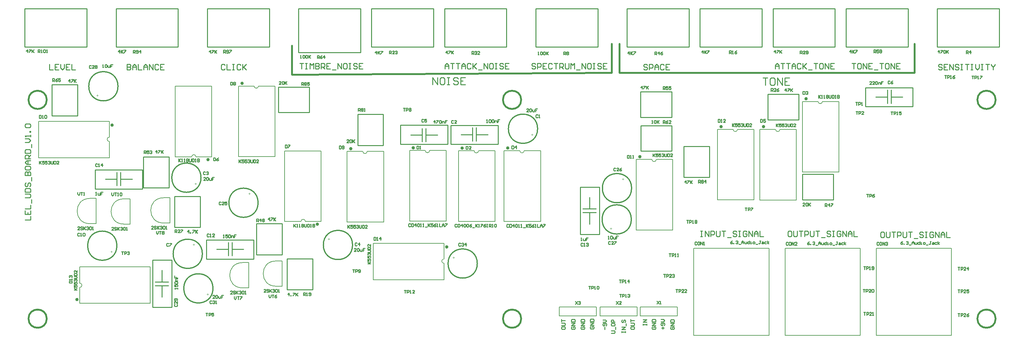
<source format=gto>
G04*
G04 #@! TF.GenerationSoftware,Altium Limited,Altium Designer,22.10.1 (41)*
G04*
G04 Layer_Color=65535*
%FSLAX44Y44*%
%MOMM*%
G71*
G04*
G04 #@! TF.SameCoordinates,925E1407-17B4-44B6-9F2D-65EEED7EDF2A*
G04*
G04*
G04 #@! TF.FilePolarity,Positive*
G04*
G01*
G75*
%ADD10C,0.3000*%
%ADD11C,0.2000*%
%ADD12C,0.5000*%
%ADD13C,0.2540*%
%ADD14C,0.1000*%
D10*
X1677000Y322154D02*
G03*
X1677000Y322154I-40000J0D01*
G01*
X1254912Y201250D02*
G03*
X1254912Y201250I-40000J0D01*
G01*
X530750Y133099D02*
G03*
X530750Y133099I-40000J0D01*
G01*
X270411Y687251D02*
G03*
X270411Y687251I-40000J0D01*
G01*
X1420222Y570750D02*
G03*
X1420222Y570750I-40000J0D01*
G01*
X501665Y227849D02*
G03*
X501665Y227849I-40000J0D01*
G01*
X267415Y250099D02*
G03*
X267415Y250099I-40000J0D01*
G01*
X497933Y436564D02*
G03*
X497933Y436564I-40000J0D01*
G01*
X654319Y367849D02*
G03*
X654319Y367849I-40000J0D01*
G01*
X913165Y252099D02*
G03*
X913165Y252099I-40000J0D01*
G01*
X1677750Y407904D02*
G03*
X1677750Y407904I-40000J0D01*
G01*
D11*
X165550Y135530D02*
G03*
X165550Y147530I0J6000D01*
G01*
X394665Y381349D02*
G03*
X394665Y312349I0J-34500D01*
G01*
X643365Y687827D02*
G03*
X655365Y687827I6000J0D01*
G01*
X1371406Y510500D02*
G03*
X1383406Y510500I6000J0D01*
G01*
X1112406Y511000D02*
G03*
X1124406Y511000I6000J0D01*
G01*
X1246353Y510231D02*
G03*
X1258353Y510231I6000J0D01*
G01*
X1163662Y213800D02*
G03*
X1163662Y201800I0J-6000D01*
G01*
X192915Y379599D02*
G03*
X192915Y310599I0J-34500D01*
G01*
X285915Y378449D02*
G03*
X285915Y309449I0J-34500D01*
G01*
X611069Y203499D02*
G03*
X611069Y134499I0J-34500D01*
G01*
X484224Y493657D02*
G03*
X472224Y493657I-6000J0D01*
G01*
X702819Y208099D02*
G03*
X702819Y139099I0J-34500D01*
G01*
X783869Y316549D02*
G03*
X771869Y316549I-6000J0D01*
G01*
X941269Y508599D02*
G03*
X953269Y508599I6000J0D01*
G01*
X2188695Y645534D02*
G03*
X2200695Y645534I6000J0D01*
G01*
X2072264Y569003D02*
G03*
X2084264Y569003I6000J0D01*
G01*
X1955945Y569034D02*
G03*
X1967945Y569034I6000J0D01*
G01*
X1733389Y486623D02*
G03*
X1745389Y486623I6000J0D01*
G01*
X246719Y547831D02*
G03*
X246719Y535831I0J-6000D01*
G01*
X165550Y147530D02*
Y192580D01*
X359050D01*
Y92580D02*
Y192580D01*
X165550Y92580D02*
Y135530D01*
Y92580D02*
X359050D01*
X412415Y312349D02*
Y381599D01*
X394665D02*
X412415D01*
X394665Y312349D02*
X412415D01*
X600415Y494327D02*
Y687827D01*
X643365D01*
X600415Y494327D02*
X700415D01*
Y687827D01*
X655365D02*
X700415D01*
X1802721Y57500D02*
Y82500D01*
X1701521Y57500D02*
Y82500D01*
Y57500D02*
X1802721D01*
X1701521Y82500D02*
X1802721D01*
X1580921Y57500D02*
Y82500D01*
X1479721Y57500D02*
Y82500D01*
Y57500D02*
X1580921D01*
X1479721Y82500D02*
X1580921D01*
X1383406Y510500D02*
X1428456D01*
Y317000D02*
Y510500D01*
X1328456Y317000D02*
X1428456D01*
X1328456Y510500D02*
X1371406D01*
X1328456Y317000D02*
Y510500D01*
X1124406Y511000D02*
X1169456D01*
Y317500D02*
Y511000D01*
X1069456Y317500D02*
X1169456D01*
X1069456Y511000D02*
X1112406D01*
X1069456Y317500D02*
Y511000D01*
X1258353Y510231D02*
X1303403D01*
Y316731D02*
Y510231D01*
X1203403Y316731D02*
X1303403D01*
X1203403Y510231D02*
X1246353D01*
X1203403Y316731D02*
Y510231D01*
X1163662Y156750D02*
Y201800D01*
X970162Y156750D02*
X1163662D01*
X970162D02*
Y256750D01*
X1163662Y213800D02*
Y256750D01*
X970162D02*
X1163662D01*
X192915Y310599D02*
X210665D01*
X192915Y379849D02*
X210665D01*
Y310599D02*
Y379849D01*
X285915Y309449D02*
X303665D01*
X285915Y378699D02*
X303665D01*
Y309449D02*
Y378699D01*
X628819Y134499D02*
Y203749D01*
X611069D02*
X628819D01*
X611069Y134499D02*
X628819D01*
X427174Y493657D02*
X472224D01*
X427174D02*
Y687157D01*
X527174D01*
X484224Y493657D02*
X527174D01*
Y687157D01*
X720569Y139099D02*
Y208349D01*
X702819D02*
X720569D01*
X702819Y139099D02*
X720569D01*
X726819Y316549D02*
X771869D01*
X726819D02*
Y510049D01*
X826819D01*
X783869Y316549D02*
X826819D01*
Y510049D01*
X953269Y508599D02*
X998319D01*
Y315099D02*
Y508599D01*
X898319Y315099D02*
X998319D01*
X898319Y508599D02*
X941269D01*
X898319Y315099D02*
Y508599D01*
X1692821Y57500D02*
Y82500D01*
X1591621Y57500D02*
Y82500D01*
Y57500D02*
X1692821D01*
X1591621Y82500D02*
X1692821D01*
X2145745Y452034D02*
Y645534D01*
X2188695D01*
X2145745Y452034D02*
X2245745D01*
Y645534D01*
X2200695D02*
X2245745D01*
X2029314Y375503D02*
Y569003D01*
X2072264D01*
X2029314Y375503D02*
X2129314D01*
Y569003D01*
X2084264D02*
X2129314D01*
X1912995Y375534D02*
Y569034D01*
X1955945D01*
X1912995Y375534D02*
X2012995D01*
Y569034D01*
X1967945D02*
X2012995D01*
X1690439Y293123D02*
Y486623D01*
X1733389D01*
X1690439Y293123D02*
X1790439D01*
Y486623D01*
X1745389D02*
X1790439D01*
X2496800Y4000D02*
X2554250D01*
X2348250D02*
X2399800D01*
X2496800D01*
X2554250D02*
Y243000D01*
X2348250D02*
X2554250D01*
X2348250Y4000D02*
Y243000D01*
X246719Y490781D02*
Y535831D01*
X53219Y490781D02*
X246719D01*
X53219D02*
Y590781D01*
X246719Y547831D02*
Y590781D01*
X53219D02*
X246719D01*
X2098250Y4000D02*
Y243000D01*
X2304250D01*
Y4000D02*
Y243000D01*
X2149800Y4000D02*
X2246800D01*
X2098250D02*
X2149800D01*
X2246800D02*
X2304250D01*
X1848250D02*
Y243000D01*
X2054250D01*
Y4000D02*
Y243000D01*
X1899800Y4000D02*
X1996800D01*
X1848250D02*
X1899800D01*
X1996800D02*
X2054250D01*
D12*
X160050Y102580D02*
G03*
X160050Y102580I-2000J0D01*
G01*
X612415Y695327D02*
G03*
X612415Y695327I-2000J0D01*
G01*
X1375250Y650000D02*
G03*
X1375250Y650000I-25000J0D01*
G01*
X75250Y50000D02*
G03*
X75250Y50000I-25000J0D01*
G01*
X1340456Y518000D02*
G03*
X1340456Y518000I-2000J0D01*
G01*
X1081456Y518500D02*
G03*
X1081456Y518500I-2000J0D01*
G01*
X1215403Y517731D02*
G03*
X1215403Y517731I-2000J0D01*
G01*
X1173162Y246750D02*
G03*
X1173162Y246750I-2000J0D01*
G01*
X519174Y486157D02*
G03*
X519174Y486157I-2000J0D01*
G01*
X818819Y309049D02*
G03*
X818819Y309049I-2000J0D01*
G01*
X910319Y516099D02*
G03*
X910319Y516099I-2000J0D01*
G01*
X2157745Y653034D02*
G03*
X2157745Y653034I-2000J0D01*
G01*
X2041314Y576503D02*
G03*
X2041314Y576503I-2000J0D01*
G01*
X1924995Y576534D02*
G03*
X1924995Y576534I-2000J0D01*
G01*
X1702439Y494123D02*
G03*
X1702439Y494123I-2000J0D01*
G01*
X256219Y580781D02*
G03*
X256219Y580781I-2000J0D01*
G01*
X75250Y650000D02*
G03*
X75250Y650000I-25000J0D01*
G01*
X2675250D02*
G03*
X2675250Y650000I-25000J0D01*
G01*
Y50000D02*
G03*
X2675250Y50000I-25000J0D01*
G01*
X1375250D02*
G03*
X1375250Y50000I-25000J0D01*
G01*
X1623250Y723502D02*
Y803502D01*
X747000Y718750D02*
X1623250Y723502D01*
X747000Y718750D02*
Y798750D01*
X1644500Y723500D02*
Y803500D01*
Y723500D02*
X2453500D01*
Y723750D02*
Y803750D01*
D13*
X2135745Y595284D02*
Y665284D01*
X2050745Y595284D02*
X2135745D01*
X2050745D02*
Y665284D01*
X2135745D01*
X1543700Y340824D02*
X1562750D01*
X1580530D01*
X1562750Y350984D02*
X1580530D01*
X1543700D02*
X1562750D01*
Y309074D02*
Y340824D01*
Y350984D02*
Y382734D01*
X1537350Y410674D02*
X1589420D01*
X1537350Y281134D02*
X1589420D01*
Y410674D01*
X1537350Y281134D02*
Y410674D01*
X572739Y240349D02*
Y259399D01*
Y222569D02*
Y240349D01*
X582899Y222569D02*
Y240349D01*
Y259399D01*
X540989Y240349D02*
X572739D01*
X582899D02*
X614649D01*
X642589Y213679D02*
Y265749D01*
X513049Y213679D02*
Y265749D01*
Y213679D02*
X642589D01*
X513049Y265749D02*
X642589D01*
X159819Y606500D02*
Y691500D01*
X89819D02*
X159819D01*
X89819Y606500D02*
Y691500D01*
Y606500D02*
X159819D01*
X410415Y408599D02*
Y493599D01*
X340415D02*
X410415D01*
X340415Y408599D02*
Y493599D01*
Y408599D02*
X410415D01*
X1114286Y534700D02*
Y553750D01*
Y571530D01*
X1104126Y553750D02*
Y571530D01*
Y534700D02*
Y553750D01*
X1114286D02*
X1146036D01*
X1072376D02*
X1104126D01*
X1044436Y528350D02*
Y580420D01*
X1173976Y528350D02*
Y580420D01*
X1044436D02*
X1173976D01*
X1044436Y528350D02*
X1173976D01*
X1242126Y554750D02*
Y573800D01*
Y536970D02*
Y554750D01*
X1252286Y536970D02*
Y554750D01*
Y573800D01*
X1210376Y554750D02*
X1242126D01*
X1252286D02*
X1284036D01*
X1311976Y528080D02*
Y580150D01*
X1182436Y528080D02*
Y580150D01*
Y528080D02*
X1311976D01*
X1182436Y580150D02*
X1311976D01*
X709915Y685349D02*
X794915D01*
X709915Y615349D02*
Y685349D01*
Y615349D02*
X794915D01*
Y685349D01*
X207645Y457999D02*
X337185D01*
X207645Y405929D02*
X337185D01*
X207645D02*
Y457999D01*
X337185Y405929D02*
Y457999D01*
X277495Y432599D02*
X309245D01*
X235585D02*
X267335D01*
X277495D02*
Y451649D01*
Y414819D02*
Y432599D01*
X267335Y414819D02*
Y432599D01*
Y451649D01*
X425415Y300599D02*
X495415D01*
X425415D02*
Y385599D01*
X495415D01*
Y300599D02*
Y385599D01*
X649819Y310349D02*
X719819D01*
Y225349D02*
Y310349D01*
X649819Y225349D02*
X719819D01*
X649819D02*
Y310349D01*
X733819Y129349D02*
X803819D01*
X733819D02*
Y214349D01*
X803819D01*
Y129349D02*
Y214349D01*
X927319Y610099D02*
X997319D01*
Y525099D02*
Y610099D01*
X927319Y525099D02*
X997319D01*
X927319D02*
Y610099D01*
X2318810Y683599D02*
X2448350D01*
X2318810Y631529D02*
X2448350D01*
X2318810D02*
Y683599D01*
X2448350Y631529D02*
Y683599D01*
X2388660Y658199D02*
X2420410D01*
X2346750D02*
X2378500D01*
X2388660D02*
Y677249D01*
Y640419D02*
Y658199D01*
X2378500Y640419D02*
Y658199D01*
Y677249D01*
X2145745Y376034D02*
X2230745D01*
Y446034D01*
X2145745D02*
X2230745D01*
X2145745Y376034D02*
Y446034D01*
X1891244Y437546D02*
Y522546D01*
X1821244D02*
X1891244D01*
X1821244Y437546D02*
Y522546D01*
Y437546D02*
X1891244D01*
X1702500Y672404D02*
X1787500D01*
X1702500Y602404D02*
Y672404D01*
Y602404D02*
X1787500D01*
Y672404D01*
X1702750Y579404D02*
X1787750D01*
X1702750Y509404D02*
Y579404D01*
Y509404D02*
X1787750D01*
Y579404D01*
X365600Y80980D02*
Y210520D01*
X417670Y80980D02*
Y210520D01*
X365600Y80980D02*
X417670D01*
X365600Y210520D02*
X417670D01*
X391000Y150830D02*
Y182580D01*
Y108920D02*
Y140670D01*
X371950Y150830D02*
X391000D01*
X408780D01*
X391000Y140670D02*
X408780D01*
X371950D02*
X391000D01*
X935250Y780000D02*
Y900000D01*
X765250D02*
X935250D01*
X765250Y780000D02*
Y900000D01*
Y780000D02*
X935250D01*
X2515250Y795000D02*
Y900000D01*
X2685250D01*
Y795000D02*
Y900000D01*
X2515250Y795000D02*
X2685250D01*
X2265250D02*
Y900000D01*
X2435250D01*
Y795000D02*
Y900000D01*
X2265250Y795000D02*
X2435250D01*
X2065250D02*
Y900000D01*
X2235250D01*
Y795000D02*
Y900000D01*
X2065250Y795000D02*
X2235250D01*
X1865250D02*
Y900000D01*
X2035250D01*
Y795000D02*
Y900000D01*
X1865250Y795000D02*
X2035250D01*
X1665250D02*
Y900000D01*
X1835250D01*
Y795000D02*
Y900000D01*
X1665250Y795000D02*
X1835250D01*
X1415250D02*
Y900000D01*
X1585250D01*
Y795000D02*
Y900000D01*
X1415250Y795000D02*
X1585250D01*
X1165250D02*
Y900000D01*
X1335250D01*
Y795000D02*
Y900000D01*
X1165250Y795000D02*
X1335250D01*
X965250D02*
Y900000D01*
X1135250D01*
Y795000D02*
Y900000D01*
X965250Y795000D02*
X1135250D01*
X515250D02*
Y900000D01*
X685250D01*
Y795000D02*
Y900000D01*
X515250Y795000D02*
X685250D01*
X265250D02*
Y900000D01*
X435250D01*
Y795000D02*
Y900000D01*
X265250Y795000D02*
X435250D01*
X15250D02*
Y900000D01*
X185250D01*
Y795000D02*
Y900000D01*
X15250Y795000D02*
X185250D01*
X1650797Y11790D02*
Y15122D01*
Y13456D01*
X1660794D01*
Y11790D01*
Y15122D01*
Y20121D02*
X1650797D01*
X1660794Y26785D01*
X1650797D01*
X1662460Y30117D02*
Y36782D01*
X1652463Y46779D02*
X1650797Y45113D01*
Y41780D01*
X1652463Y40114D01*
X1654129D01*
X1655795Y41780D01*
Y45113D01*
X1657462Y46779D01*
X1659128D01*
X1660794Y45113D01*
Y41780D01*
X1659128Y40114D01*
X1763212Y21290D02*
Y27954D01*
X1759879Y24622D02*
X1766544D01*
Y31287D02*
X1768210Y32953D01*
Y36285D01*
X1766544Y37951D01*
X1759879D01*
X1758213Y36285D01*
Y32953D01*
X1759879Y31287D01*
X1761546D01*
X1763212Y32953D01*
Y37951D01*
X1758213Y41283D02*
X1764878D01*
X1768210Y44616D01*
X1764878Y47948D01*
X1758213D01*
X1674963Y26288D02*
Y22956D01*
X1676629Y21290D01*
X1683294D01*
X1684960Y22956D01*
Y26288D01*
X1683294Y27954D01*
X1676629D01*
X1674963Y26288D01*
Y31287D02*
X1683294D01*
X1684960Y32953D01*
Y36285D01*
X1683294Y37951D01*
X1674963D01*
Y41284D02*
Y47948D01*
Y44616D01*
X1684960D01*
X1708984Y32040D02*
Y35372D01*
Y33706D01*
X1718981D01*
Y32040D01*
Y35372D01*
Y40371D02*
X1708984D01*
X1718981Y47035D01*
X1708984D01*
X1785879Y27455D02*
X1784213Y25788D01*
Y22456D01*
X1785879Y20790D01*
X1792544D01*
X1794210Y22456D01*
Y25788D01*
X1792544Y27455D01*
X1789212D01*
Y24122D01*
X1794210Y30787D02*
X1784213D01*
X1794210Y37451D01*
X1784213D01*
Y40784D02*
X1794210D01*
Y45782D01*
X1792544Y47448D01*
X1785879D01*
X1784213Y45782D01*
Y40784D01*
X1735373Y27954D02*
X1733707Y26288D01*
Y22956D01*
X1735373Y21290D01*
X1742038D01*
X1743704Y22956D01*
Y26288D01*
X1742038Y27954D01*
X1738705D01*
Y24622D01*
X1743704Y31287D02*
X1733707D01*
X1743704Y37951D01*
X1733707D01*
Y41283D02*
X1743704D01*
Y46282D01*
X1742038Y47948D01*
X1735373D01*
X1733707Y46282D01*
Y41283D01*
X1621765Y10290D02*
X1630096D01*
X1631762Y11956D01*
Y15288D01*
X1630096Y16954D01*
X1621765D01*
X1633428Y20287D02*
Y26951D01*
X1621765Y35282D02*
Y31950D01*
X1623431Y30284D01*
X1630096D01*
X1631762Y31950D01*
Y35282D01*
X1630096Y36948D01*
X1623431D01*
X1621765Y35282D01*
X1631762Y40280D02*
X1621765D01*
Y45279D01*
X1623431Y46945D01*
X1626764D01*
X1628430Y45279D01*
Y40280D01*
X1514250Y27954D02*
X1512584Y26288D01*
Y22956D01*
X1514250Y21290D01*
X1520915D01*
X1522581Y22956D01*
Y26288D01*
X1520915Y27954D01*
X1517583D01*
Y24622D01*
X1522581Y31287D02*
X1512584D01*
X1522581Y37951D01*
X1512584D01*
Y41283D02*
X1522581D01*
Y46282D01*
X1520915Y47948D01*
X1514250D01*
X1512584Y46282D01*
Y41283D01*
X1566129Y28705D02*
X1564463Y27038D01*
Y23706D01*
X1566129Y22040D01*
X1572794D01*
X1574460Y23706D01*
Y27038D01*
X1572794Y28705D01*
X1569462D01*
Y25372D01*
X1574460Y32037D02*
X1564463D01*
X1574460Y38701D01*
X1564463D01*
Y42034D02*
X1574460D01*
Y47032D01*
X1572794Y48698D01*
X1566129D01*
X1564463Y47032D01*
Y42034D01*
X1540537Y27954D02*
X1538871Y26288D01*
Y22956D01*
X1540537Y21290D01*
X1547202D01*
X1548868Y22956D01*
Y26288D01*
X1547202Y27954D01*
X1543869D01*
Y24622D01*
X1548868Y31287D02*
X1538871D01*
X1548868Y37951D01*
X1538871D01*
Y41284D02*
X1548868D01*
Y46282D01*
X1547202Y47948D01*
X1540537D01*
X1538871Y46282D01*
Y41284D01*
X1485463Y26288D02*
Y22956D01*
X1487129Y21290D01*
X1493794D01*
X1495460Y22956D01*
Y26288D01*
X1493794Y27954D01*
X1487129D01*
X1485463Y26288D01*
Y31287D02*
X1493794D01*
X1495460Y32953D01*
Y36285D01*
X1493794Y37951D01*
X1485463D01*
Y41284D02*
Y47948D01*
Y44616D01*
X1495460D01*
X1604080Y20290D02*
Y26955D01*
X1607412Y30287D02*
X1609078Y31953D01*
Y35285D01*
X1607412Y36951D01*
X1600748D01*
X1599081Y35285D01*
Y31953D01*
X1600748Y30287D01*
X1602414D01*
X1604080Y31953D01*
Y36951D01*
X1599081Y40284D02*
X1605746D01*
X1609078Y43616D01*
X1605746Y46948D01*
X1599081D01*
X2367908Y287564D02*
X2362829D01*
X2360290Y285025D01*
Y274868D01*
X2362829Y272329D01*
X2367908D01*
X2370447Y274868D01*
Y285025D01*
X2367908Y287564D01*
X2375525D02*
Y274868D01*
X2378064Y272329D01*
X2383143D01*
X2385682Y274868D01*
Y287564D01*
X2390760D02*
X2400917D01*
X2395838D01*
Y272329D01*
X2405995D02*
Y287564D01*
X2413613D01*
X2416152Y285025D01*
Y279947D01*
X2413613Y277407D01*
X2405995D01*
X2421230Y287564D02*
Y274868D01*
X2423770Y272329D01*
X2428848D01*
X2431387Y274868D01*
Y287564D01*
X2436465D02*
X2446622D01*
X2441544D01*
Y272329D01*
X2451700Y269790D02*
X2461857D01*
X2477092Y285025D02*
X2474553Y287564D01*
X2469475D01*
X2466935Y285025D01*
Y282486D01*
X2469475Y279947D01*
X2474553D01*
X2477092Y277407D01*
Y274868D01*
X2474553Y272329D01*
X2469475D01*
X2466935Y274868D01*
X2482171Y287564D02*
X2487249D01*
X2484710D01*
Y272329D01*
X2482171D01*
X2487249D01*
X2505023Y285025D02*
X2502484Y287564D01*
X2497406D01*
X2494866Y285025D01*
Y274868D01*
X2497406Y272329D01*
X2502484D01*
X2505023Y274868D01*
Y279947D01*
X2499945D01*
X2510102Y272329D02*
Y287564D01*
X2520258Y272329D01*
Y287564D01*
X2525337Y272329D02*
Y282486D01*
X2530415Y287564D01*
X2535493Y282486D01*
Y272329D01*
Y279947D01*
X2525337D01*
X2540572Y287564D02*
Y272329D01*
X2550728D01*
X1132540Y691540D02*
Y711534D01*
X1145869Y691540D01*
Y711534D01*
X1162530D02*
X1155866D01*
X1152534Y708201D01*
Y694872D01*
X1155866Y691540D01*
X1162530D01*
X1165863Y694872D01*
Y708201D01*
X1162530Y711534D01*
X1172527D02*
X1179192D01*
X1175859D01*
Y691540D01*
X1172527D01*
X1179192D01*
X1202517Y708201D02*
X1199185Y711534D01*
X1192521D01*
X1189188Y708201D01*
Y704869D01*
X1192521Y701537D01*
X1199185D01*
X1202517Y698204D01*
Y694872D01*
X1199185Y691540D01*
X1192521D01*
X1189188Y694872D01*
X1222511Y711534D02*
X1209182D01*
Y691540D01*
X1222511D01*
X1209182Y701537D02*
X1215846D01*
X2037290Y710284D02*
X2050619D01*
X2043954D01*
Y690290D01*
X2067280Y710284D02*
X2060616D01*
X2057284Y706951D01*
Y693622D01*
X2060616Y690290D01*
X2067280D01*
X2070613Y693622D01*
Y706951D01*
X2067280Y710284D01*
X2077277Y690290D02*
Y710284D01*
X2090606Y690290D01*
Y710284D01*
X2110600D02*
X2097271D01*
Y690290D01*
X2110600D01*
X2097271Y700287D02*
X2103935D01*
X2281790Y750314D02*
X2291947D01*
X2286868D01*
Y735079D01*
X2304643Y750314D02*
X2299564D01*
X2297025Y747775D01*
Y737618D01*
X2299564Y735079D01*
X2304643D01*
X2307182Y737618D01*
Y747775D01*
X2304643Y750314D01*
X2312260Y735079D02*
Y750314D01*
X2322417Y735079D01*
Y750314D01*
X2337652D02*
X2327495D01*
Y735079D01*
X2337652D01*
X2327495Y742697D02*
X2332574D01*
X2342730Y732540D02*
X2352887D01*
X2357965Y750314D02*
X2368122D01*
X2363044D01*
Y735079D01*
X2380818Y750314D02*
X2375740D01*
X2373200Y747775D01*
Y737618D01*
X2375740Y735079D01*
X2380818D01*
X2383357Y737618D01*
Y747775D01*
X2380818Y750314D01*
X2388436Y735079D02*
Y750314D01*
X2398592Y735079D01*
Y750314D01*
X2413827D02*
X2403671D01*
Y735079D01*
X2413827D01*
X2403671Y742697D02*
X2408749D01*
X83040Y747775D02*
Y732540D01*
X93197D01*
X108432Y747775D02*
X98275D01*
Y732540D01*
X108432D01*
X98275Y740157D02*
X103353D01*
X113510Y747775D02*
Y737618D01*
X118588Y732540D01*
X123667Y737618D01*
Y747775D01*
X138902D02*
X128745D01*
Y732540D01*
X138902D01*
X128745Y740157D02*
X133824D01*
X143980Y747775D02*
Y732540D01*
X154137D01*
X1720947Y745236D02*
X1718407Y747775D01*
X1713329D01*
X1710790Y745236D01*
Y742697D01*
X1713329Y740157D01*
X1718407D01*
X1720947Y737618D01*
Y735079D01*
X1718407Y732540D01*
X1713329D01*
X1710790Y735079D01*
X1726025Y732540D02*
Y747775D01*
X1733643D01*
X1736182Y745236D01*
Y740157D01*
X1733643Y737618D01*
X1726025D01*
X1741260Y732540D02*
Y742697D01*
X1746339Y747775D01*
X1751417Y742697D01*
Y732540D01*
Y740157D01*
X1741260D01*
X1766652Y745236D02*
X1764113Y747775D01*
X1759034D01*
X1756495Y745236D01*
Y735079D01*
X1759034Y732540D01*
X1764113D01*
X1766652Y735079D01*
X1781887Y747775D02*
X1771730D01*
Y732540D01*
X1781887D01*
X1771730Y740157D02*
X1776809D01*
X1414197Y747775D02*
X1411658Y750314D01*
X1406579D01*
X1404040Y747775D01*
Y745236D01*
X1406579Y742697D01*
X1411658D01*
X1414197Y740157D01*
Y737618D01*
X1411658Y735079D01*
X1406579D01*
X1404040Y737618D01*
X1419275Y735079D02*
Y750314D01*
X1426893D01*
X1429432Y747775D01*
Y742697D01*
X1426893Y740157D01*
X1419275D01*
X1444667Y750314D02*
X1434510D01*
Y735079D01*
X1444667D01*
X1434510Y742697D02*
X1439588D01*
X1459902Y747775D02*
X1457363Y750314D01*
X1452284D01*
X1449745Y747775D01*
Y737618D01*
X1452284Y735079D01*
X1457363D01*
X1459902Y737618D01*
X1464980Y750314D02*
X1475137D01*
X1470059D01*
Y735079D01*
X1480215D02*
Y750314D01*
X1487833D01*
X1490372Y747775D01*
Y742697D01*
X1487833Y740157D01*
X1480215D01*
X1485294D02*
X1490372Y735079D01*
X1495450Y750314D02*
Y737618D01*
X1497990Y735079D01*
X1503068D01*
X1505607Y737618D01*
Y750314D01*
X1510685Y735079D02*
Y750314D01*
X1515764Y745236D01*
X1520842Y750314D01*
Y735079D01*
X1525921Y732540D02*
X1536077D01*
X1541156Y735079D02*
Y750314D01*
X1551312Y735079D01*
Y750314D01*
X1564008D02*
X1558930D01*
X1556391Y747775D01*
Y737618D01*
X1558930Y735079D01*
X1564008D01*
X1566548Y737618D01*
Y747775D01*
X1564008Y750314D01*
X1571626D02*
X1576704D01*
X1574165D01*
Y735079D01*
X1571626D01*
X1576704D01*
X1594478Y747775D02*
X1591939Y750314D01*
X1586861D01*
X1584322Y747775D01*
Y745236D01*
X1586861Y742697D01*
X1591939D01*
X1594478Y740157D01*
Y737618D01*
X1591939Y735079D01*
X1586861D01*
X1584322Y737618D01*
X1609713Y750314D02*
X1599557D01*
Y735079D01*
X1609713D01*
X1599557Y742697D02*
X1604635D01*
X1166540Y735079D02*
Y745236D01*
X1171618Y750314D01*
X1176697Y745236D01*
Y735079D01*
Y742697D01*
X1166540D01*
X1181775Y750314D02*
X1191932D01*
X1186853D01*
Y735079D01*
X1197010Y750314D02*
X1207167D01*
X1202088D01*
Y735079D01*
X1212245D02*
Y745236D01*
X1217324Y750314D01*
X1222402Y745236D01*
Y735079D01*
Y742697D01*
X1212245D01*
X1237637Y747775D02*
X1235098Y750314D01*
X1230020D01*
X1227480Y747775D01*
Y737618D01*
X1230020Y735079D01*
X1235098D01*
X1237637Y737618D01*
X1242715Y750314D02*
Y735079D01*
Y740157D01*
X1252872Y750314D01*
X1245255Y742697D01*
X1252872Y735079D01*
X1257950Y732540D02*
X1268107D01*
X1273186Y735079D02*
Y750314D01*
X1283342Y735079D01*
Y750314D01*
X1296038D02*
X1290960D01*
X1288421Y747775D01*
Y737618D01*
X1290960Y735079D01*
X1296038D01*
X1298577Y737618D01*
Y747775D01*
X1296038Y750314D01*
X1303656D02*
X1308734D01*
X1306195D01*
Y735079D01*
X1303656D01*
X1308734D01*
X1326508Y747775D02*
X1323969Y750314D01*
X1318891D01*
X1316351Y747775D01*
Y745236D01*
X1318891Y742697D01*
X1323969D01*
X1326508Y740157D01*
Y737618D01*
X1323969Y735079D01*
X1318891D01*
X1316351Y737618D01*
X1341743Y750314D02*
X1331587D01*
Y735079D01*
X1341743D01*
X1331587Y742697D02*
X1336665D01*
X563697Y745236D02*
X561158Y747775D01*
X556079D01*
X553540Y745236D01*
Y735079D01*
X556079Y732540D01*
X561158D01*
X563697Y735079D01*
X568775Y747775D02*
Y732540D01*
X578932D01*
X584010Y747775D02*
X589089D01*
X586549D01*
Y732540D01*
X584010D01*
X589089D01*
X606863Y745236D02*
X604324Y747775D01*
X599245D01*
X596706Y745236D01*
Y735079D01*
X599245Y732540D01*
X604324D01*
X606863Y735079D01*
X611941Y747775D02*
Y732540D01*
Y737618D01*
X622098Y747775D01*
X614480Y740157D01*
X622098Y732540D01*
X2528697Y745236D02*
X2526158Y747775D01*
X2521079D01*
X2518540Y745236D01*
Y742697D01*
X2521079Y740157D01*
X2526158D01*
X2528697Y737618D01*
Y735079D01*
X2526158Y732540D01*
X2521079D01*
X2518540Y735079D01*
X2543932Y747775D02*
X2533775D01*
Y732540D01*
X2543932D01*
X2533775Y740157D02*
X2538853D01*
X2549010Y732540D02*
Y747775D01*
X2559167Y732540D01*
Y747775D01*
X2574402Y745236D02*
X2571863Y747775D01*
X2566784D01*
X2564245Y745236D01*
Y742697D01*
X2566784Y740157D01*
X2571863D01*
X2574402Y737618D01*
Y735079D01*
X2571863Y732540D01*
X2566784D01*
X2564245Y735079D01*
X2579480Y747775D02*
X2584559D01*
X2582019D01*
Y732540D01*
X2579480D01*
X2584559D01*
X2592176Y747775D02*
X2602333D01*
X2597255D01*
Y732540D01*
X2607411Y747775D02*
X2612490D01*
X2609951D01*
Y732540D01*
X2607411D01*
X2612490D01*
X2620107Y747775D02*
Y737618D01*
X2625186Y732540D01*
X2630264Y737618D01*
Y747775D01*
X2635342D02*
X2640421D01*
X2637881D01*
Y732540D01*
X2635342D01*
X2640421D01*
X2648038Y747775D02*
X2658195D01*
X2653116D01*
Y732540D01*
X2663273Y747775D02*
Y745236D01*
X2668351Y740157D01*
X2673430Y745236D01*
Y747775D01*
X2668351Y740157D02*
Y732540D01*
X2071040Y735079D02*
Y745236D01*
X2076118Y750314D01*
X2081197Y745236D01*
Y735079D01*
Y742697D01*
X2071040D01*
X2086275Y750314D02*
X2096432D01*
X2091353D01*
Y735079D01*
X2101510Y750314D02*
X2111667D01*
X2106588D01*
Y735079D01*
X2116745D02*
Y745236D01*
X2121824Y750314D01*
X2126902Y745236D01*
Y735079D01*
Y742697D01*
X2116745D01*
X2142137Y747775D02*
X2139598Y750314D01*
X2134520D01*
X2131980Y747775D01*
Y737618D01*
X2134520Y735079D01*
X2139598D01*
X2142137Y737618D01*
X2147215Y750314D02*
Y735079D01*
Y740157D01*
X2157372Y750314D01*
X2149755Y742697D01*
X2157372Y735079D01*
X2162450Y732540D02*
X2172607D01*
X2177686Y750314D02*
X2187842D01*
X2182764D01*
Y735079D01*
X2200538Y750314D02*
X2195460D01*
X2192921Y747775D01*
Y737618D01*
X2195460Y735079D01*
X2200538D01*
X2203077Y737618D01*
Y747775D01*
X2200538Y750314D01*
X2208156Y735079D02*
Y750314D01*
X2218312Y735079D01*
Y750314D01*
X2233548D02*
X2223391D01*
Y735079D01*
X2233548D01*
X2223391Y742697D02*
X2228469D01*
X768290Y750314D02*
X778447D01*
X773368D01*
Y735079D01*
X783525Y750314D02*
X788603D01*
X786064D01*
Y735079D01*
X783525D01*
X788603D01*
X796221D02*
Y750314D01*
X801299Y745236D01*
X806378Y750314D01*
Y735079D01*
X811456Y750314D02*
Y735079D01*
X819074D01*
X821613Y737618D01*
Y740157D01*
X819074Y742697D01*
X811456D01*
X819074D01*
X821613Y745236D01*
Y747775D01*
X819074Y750314D01*
X811456D01*
X826691Y735079D02*
Y750314D01*
X834309D01*
X836848Y747775D01*
Y742697D01*
X834309Y740157D01*
X826691D01*
X831769D02*
X836848Y735079D01*
X852083Y750314D02*
X841926D01*
Y735079D01*
X852083D01*
X841926Y742697D02*
X847004D01*
X857161Y732540D02*
X867318D01*
X872396Y735079D02*
Y750314D01*
X882553Y735079D01*
Y750314D01*
X895249D02*
X890171D01*
X887631Y747775D01*
Y737618D01*
X890171Y735079D01*
X895249D01*
X897788Y737618D01*
Y747775D01*
X895249Y750314D01*
X902867D02*
X907945D01*
X905406D01*
Y735079D01*
X902867D01*
X907945D01*
X925719Y747775D02*
X923180Y750314D01*
X918102D01*
X915562Y747775D01*
Y745236D01*
X918102Y742697D01*
X923180D01*
X925719Y740157D01*
Y737618D01*
X923180Y735079D01*
X918102D01*
X915562Y737618D01*
X940954Y750314D02*
X930797D01*
Y735079D01*
X940954D01*
X930797Y742697D02*
X935876D01*
X294790Y747775D02*
Y732540D01*
X302407D01*
X304947Y735079D01*
Y737618D01*
X302407Y740157D01*
X294790D01*
X302407D01*
X304947Y742697D01*
Y745236D01*
X302407Y747775D01*
X294790D01*
X310025Y732540D02*
Y742697D01*
X315103Y747775D01*
X320182Y742697D01*
Y732540D01*
Y740157D01*
X310025D01*
X325260Y747775D02*
Y732540D01*
X335417D01*
X340495D02*
Y742697D01*
X345574Y747775D01*
X350652Y742697D01*
Y732540D01*
Y740157D01*
X340495D01*
X355730Y732540D02*
Y747775D01*
X365887Y732540D01*
Y747775D01*
X381122Y745236D02*
X378583Y747775D01*
X373505D01*
X370965Y745236D01*
Y735079D01*
X373505Y732540D01*
X378583D01*
X381122Y735079D01*
X396357Y747775D02*
X386200D01*
Y732540D01*
X396357D01*
X386200Y740157D02*
X391279D01*
X15436Y320540D02*
X30671D01*
Y330697D01*
X15436Y345932D02*
Y335775D01*
X30671D01*
Y345932D01*
X23053Y335775D02*
Y340853D01*
X15436Y351010D02*
X30671D01*
Y361167D01*
X33210Y366245D02*
Y376402D01*
X15436Y381480D02*
X28132D01*
X30671Y384020D01*
Y389098D01*
X28132Y391637D01*
X15436D01*
Y396715D02*
X30671D01*
Y404333D01*
X28132Y406872D01*
X17975D01*
X15436Y404333D01*
Y396715D01*
X17975Y422107D02*
X15436Y419568D01*
Y414490D01*
X17975Y411950D01*
X20514D01*
X23053Y414490D01*
Y419568D01*
X25593Y422107D01*
X28132D01*
X30671Y419568D01*
Y414490D01*
X28132Y411950D01*
X33210Y427186D02*
Y437342D01*
X15436Y442421D02*
X30671D01*
Y450038D01*
X28132Y452577D01*
X25593D01*
X23053Y450038D01*
Y442421D01*
Y450038D01*
X20514Y452577D01*
X17975D01*
X15436Y450038D01*
Y442421D01*
Y465273D02*
Y460195D01*
X17975Y457656D01*
X28132D01*
X30671Y460195D01*
Y465273D01*
X28132Y467812D01*
X17975D01*
X15436Y465273D01*
X30671Y472891D02*
X20514D01*
X15436Y477969D01*
X20514Y483047D01*
X30671D01*
X23053D01*
Y472891D01*
X30671Y488126D02*
X15436D01*
Y495743D01*
X17975Y498283D01*
X23053D01*
X25593Y495743D01*
Y488126D01*
Y493204D02*
X30671Y498283D01*
X15436Y503361D02*
X30671D01*
Y510978D01*
X28132Y513518D01*
X17975D01*
X15436Y510978D01*
Y503361D01*
X33210Y518596D02*
Y528753D01*
X15436Y533831D02*
X25593D01*
X30671Y538909D01*
X25593Y543988D01*
X15436D01*
X30671Y549066D02*
Y554144D01*
Y551605D01*
X15436D01*
X17975Y549066D01*
X30671Y561762D02*
X28132D01*
Y564301D01*
X30671D01*
Y561762D01*
X17975Y574458D02*
X15436Y576997D01*
Y582075D01*
X17975Y584615D01*
X28132D01*
X30671Y582075D01*
Y576997D01*
X28132Y574458D01*
X17975D01*
X1866290Y290064D02*
X1871368D01*
X1868829D01*
Y274829D01*
X1866290D01*
X1871368D01*
X1878986D02*
Y290064D01*
X1889143Y274829D01*
Y290064D01*
X1894221Y274829D02*
Y290064D01*
X1901839D01*
X1904378Y287525D01*
Y282447D01*
X1901839Y279907D01*
X1894221D01*
X1909456Y290064D02*
Y277368D01*
X1911995Y274829D01*
X1917074D01*
X1919613Y277368D01*
Y290064D01*
X1924691D02*
X1934848D01*
X1929769D01*
Y274829D01*
X1939926Y272290D02*
X1950083D01*
X1965318Y287525D02*
X1962779Y290064D01*
X1957701D01*
X1955161Y287525D01*
Y284986D01*
X1957701Y282447D01*
X1962779D01*
X1965318Y279907D01*
Y277368D01*
X1962779Y274829D01*
X1957701D01*
X1955161Y277368D01*
X1970396Y290064D02*
X1975475D01*
X1972935D01*
Y274829D01*
X1970396D01*
X1975475D01*
X1993249Y287525D02*
X1990710Y290064D01*
X1985631D01*
X1983092Y287525D01*
Y277368D01*
X1985631Y274829D01*
X1990710D01*
X1993249Y277368D01*
Y282447D01*
X1988171D01*
X1998327Y274829D02*
Y290064D01*
X2008484Y274829D01*
Y290064D01*
X2013562Y274829D02*
Y284986D01*
X2018641Y290064D01*
X2023719Y284986D01*
Y274829D01*
Y282447D01*
X2013562D01*
X2028797Y290064D02*
Y274829D01*
X2038954D01*
X2113893Y290564D02*
X2108814D01*
X2106275Y288025D01*
Y277868D01*
X2108814Y275329D01*
X2113893D01*
X2116432Y277868D01*
Y288025D01*
X2113893Y290564D01*
X2121510D02*
Y277868D01*
X2124049Y275329D01*
X2129128D01*
X2131667Y277868D01*
Y290564D01*
X2136745D02*
X2146902D01*
X2141824D01*
Y275329D01*
X2151980D02*
Y290564D01*
X2159598D01*
X2162137Y288025D01*
Y282947D01*
X2159598Y280408D01*
X2151980D01*
X2167215Y290564D02*
Y277868D01*
X2169755Y275329D01*
X2174833D01*
X2177372Y277868D01*
Y290564D01*
X2182451D02*
X2192607D01*
X2187529D01*
Y275329D01*
X2197686Y272790D02*
X2207842D01*
X2223077Y288025D02*
X2220538Y290564D01*
X2215460D01*
X2212921Y288025D01*
Y285486D01*
X2215460Y282947D01*
X2220538D01*
X2223077Y280408D01*
Y277868D01*
X2220538Y275329D01*
X2215460D01*
X2212921Y277868D01*
X2228156Y290564D02*
X2233234D01*
X2230695D01*
Y275329D01*
X2228156D01*
X2233234D01*
X2251008Y288025D02*
X2248469Y290564D01*
X2243391D01*
X2240852Y288025D01*
Y277868D01*
X2243391Y275329D01*
X2248469D01*
X2251008Y277868D01*
Y282947D01*
X2245930D01*
X2256087Y275329D02*
Y290564D01*
X2266243Y275329D01*
Y290564D01*
X2271322Y275329D02*
Y285486D01*
X2276400Y290564D01*
X2281478Y285486D01*
Y275329D01*
Y282947D01*
X2271322D01*
X2286557Y290564D02*
Y275329D01*
X2296714D01*
X2571972Y64209D02*
X2577303D01*
X2574638D01*
Y56212D01*
X2579969D02*
Y64209D01*
X2583968D01*
X2585301Y62876D01*
Y60211D01*
X2583968Y58878D01*
X2579969D01*
X2593298Y56212D02*
X2587967D01*
X2593298Y61543D01*
Y62876D01*
X2591966Y64209D01*
X2589300D01*
X2587967Y62876D01*
X2601296Y64209D02*
X2598630Y62876D01*
X2595964Y60211D01*
Y57545D01*
X2597297Y56212D01*
X2599963D01*
X2601296Y57545D01*
Y58878D01*
X2599963Y60211D01*
X2595964D01*
X2571972Y129487D02*
X2577303D01*
X2574638D01*
Y121490D01*
X2579969D02*
Y129487D01*
X2583968D01*
X2585301Y128154D01*
Y125489D01*
X2583968Y124156D01*
X2579969D01*
X2593298Y121490D02*
X2587967D01*
X2593298Y126821D01*
Y128154D01*
X2591966Y129487D01*
X2589300D01*
X2587967Y128154D01*
X2601296Y129487D02*
X2595964D01*
Y125489D01*
X2598630Y126821D01*
X2599963D01*
X2601296Y125489D01*
Y122823D01*
X2599963Y121490D01*
X2597297D01*
X2595964Y122823D01*
X2571972Y190955D02*
X2577303D01*
X2574638D01*
Y182958D01*
X2579969D02*
Y190955D01*
X2583968D01*
X2585301Y189622D01*
Y186957D01*
X2583968Y185624D01*
X2579969D01*
X2593298Y182958D02*
X2587967D01*
X2593298Y188290D01*
Y189622D01*
X2591966Y190955D01*
X2589300D01*
X2587967Y189622D01*
X2599963Y182958D02*
Y190955D01*
X2595964Y186957D01*
X2601296D01*
X1765338Y171749D02*
X1770670D01*
X1768004D01*
Y163751D01*
X1773336D02*
Y171749D01*
X1777334D01*
X1778667Y170416D01*
Y167750D01*
X1777334Y166417D01*
X1773336D01*
X1786664Y163751D02*
X1781333D01*
X1786664Y169083D01*
Y170416D01*
X1785332Y171749D01*
X1782666D01*
X1781333Y170416D01*
X1789330D02*
X1790663Y171749D01*
X1793329D01*
X1794662Y170416D01*
Y169083D01*
X1793329Y167750D01*
X1791996D01*
X1793329D01*
X1794662Y166417D01*
Y165084D01*
X1793329Y163751D01*
X1790663D01*
X1789330Y165084D01*
X1799088Y130249D02*
X1804420D01*
X1801754D01*
Y122251D01*
X1807086D02*
Y130249D01*
X1811084D01*
X1812417Y128916D01*
Y126250D01*
X1811084Y124917D01*
X1807086D01*
X1820414Y122251D02*
X1815083D01*
X1820414Y127583D01*
Y128916D01*
X1819082Y130249D01*
X1816416D01*
X1815083Y128916D01*
X1828412Y122251D02*
X1823080D01*
X1828412Y127583D01*
Y128916D01*
X1827079Y130249D01*
X1824413D01*
X1823080Y128916D01*
X2313671Y67499D02*
X2319003D01*
X2316337D01*
Y59501D01*
X2321668D02*
Y67499D01*
X2325667D01*
X2327000Y66166D01*
Y63500D01*
X2325667Y62167D01*
X2321668D01*
X2334997Y59501D02*
X2329666D01*
X2334997Y64833D01*
Y66166D01*
X2333665Y67499D01*
X2330999D01*
X2329666Y66166D01*
X2337663Y59501D02*
X2340329D01*
X2338996D01*
Y67499D01*
X2337663Y66166D01*
X2311838Y130499D02*
X2317170D01*
X2314504D01*
Y122501D01*
X2319836D02*
Y130499D01*
X2323834D01*
X2325167Y129166D01*
Y126500D01*
X2323834Y125167D01*
X2319836D01*
X2333165Y122501D02*
X2327833D01*
X2333165Y127833D01*
Y129166D01*
X2331832Y130499D01*
X2329166D01*
X2327833Y129166D01*
X2335830D02*
X2337163Y130499D01*
X2339829D01*
X2341162Y129166D01*
Y123834D01*
X2339829Y122501D01*
X2337163D01*
X2335830Y123834D01*
Y129166D01*
X2313255Y192999D02*
X2318586D01*
X2315920D01*
Y185001D01*
X2321252D02*
Y192999D01*
X2325251D01*
X2326584Y191666D01*
Y189000D01*
X2325251Y187667D01*
X2321252D01*
X2329249Y185001D02*
X2331915D01*
X2330582D01*
Y192999D01*
X2329249Y191666D01*
X2335914Y186334D02*
X2337247Y185001D01*
X2339913D01*
X2341246Y186334D01*
Y191666D01*
X2339913Y192999D01*
X2337247D01*
X2335914Y191666D01*
Y190333D01*
X2337247Y189000D01*
X2341246D01*
X2355054Y258202D02*
X2353721Y259535D01*
X2351055D01*
X2349722Y258202D01*
Y252871D01*
X2351055Y251538D01*
X2353721D01*
X2355054Y252871D01*
X2361718Y259535D02*
X2359052D01*
X2357719Y258202D01*
Y252871D01*
X2359052Y251538D01*
X2361718D01*
X2363051Y252871D01*
Y258202D01*
X2361718Y259535D01*
X2365717Y251538D02*
Y259535D01*
X2371048Y251538D01*
Y259535D01*
X2373714Y258202D02*
X2375047Y259535D01*
X2377713D01*
X2379046Y258202D01*
Y256870D01*
X2377713Y255537D01*
X2376380D01*
X2377713D01*
X2379046Y254204D01*
Y252871D01*
X2377713Y251538D01*
X2375047D01*
X2373714Y252871D01*
X2420682Y261915D02*
X2418016Y260582D01*
X2415350Y257917D01*
Y255251D01*
X2416683Y253918D01*
X2419349D01*
X2420682Y255251D01*
Y256584D01*
X2419349Y257917D01*
X2415350D01*
X2423348Y253918D02*
Y255251D01*
X2424681D01*
Y253918D01*
X2423348D01*
X2430012Y260582D02*
X2431345Y261915D01*
X2434011D01*
X2435344Y260582D01*
Y259249D01*
X2434011Y257917D01*
X2432678D01*
X2434011D01*
X2435344Y256584D01*
Y255251D01*
X2434011Y253918D01*
X2431345D01*
X2430012Y255251D01*
X2438010Y252585D02*
X2443341D01*
X2446007Y253918D02*
Y259249D01*
X2448673Y261915D01*
X2451339Y259249D01*
Y253918D01*
Y257917D01*
X2446007D01*
X2454005Y259249D02*
Y255251D01*
X2455338Y253918D01*
X2459336D01*
Y259249D01*
X2467334Y261915D02*
Y253918D01*
X2463335D01*
X2462002Y255251D01*
Y257917D01*
X2463335Y259249D01*
X2467334D01*
X2469999Y253918D02*
X2472665D01*
X2471332D01*
Y259249D01*
X2469999D01*
X2477997Y253918D02*
X2480663D01*
X2481996Y255251D01*
Y257917D01*
X2480663Y259249D01*
X2477997D01*
X2476664Y257917D01*
Y255251D01*
X2477997Y253918D01*
X2484661Y252585D02*
X2489993D01*
X2497990Y261915D02*
X2495325D01*
X2496658D01*
Y255251D01*
X2495325Y253918D01*
X2493992D01*
X2492659Y255251D01*
X2501989Y259249D02*
X2504655D01*
X2505988Y257917D01*
Y253918D01*
X2501989D01*
X2500656Y255251D01*
X2501989Y256584D01*
X2505988D01*
X2513985Y259249D02*
X2509987D01*
X2508654Y257917D01*
Y255251D01*
X2509987Y253918D01*
X2513985D01*
X2516651D02*
Y261915D01*
Y256584D02*
X2520650Y259249D01*
X2516651Y256584D02*
X2520650Y253918D01*
X1523835Y97643D02*
X1529167Y89646D01*
Y97643D02*
X1523835Y89646D01*
X1531833Y96310D02*
X1533166Y97643D01*
X1535832D01*
X1537164Y96310D01*
Y94977D01*
X1535832Y93645D01*
X1534499D01*
X1535832D01*
X1537164Y92312D01*
Y90979D01*
X1535832Y89646D01*
X1533166D01*
X1531833Y90979D01*
X1635836Y97643D02*
X1641167Y89646D01*
Y97643D02*
X1635836Y89646D01*
X1649164D02*
X1643833D01*
X1649164Y94977D01*
Y96310D01*
X1647832Y97643D01*
X1645166D01*
X1643833Y96310D01*
X1747418Y98249D02*
X1752750Y90251D01*
Y98249D02*
X1747418Y90251D01*
X1755416D02*
X1758082D01*
X1756749D01*
Y98249D01*
X1755416Y96916D01*
X253017Y395208D02*
Y389877D01*
X255683Y387211D01*
X258349Y389877D01*
Y395208D01*
X261015D02*
X266346D01*
X263680D01*
Y387211D01*
X269012D02*
X271678D01*
X270345D01*
Y395208D01*
X269012Y393875D01*
X275676D02*
X277009Y395208D01*
X279675D01*
X281008Y393875D01*
Y388544D01*
X279675Y387211D01*
X277009D01*
X275676Y388544D01*
Y393875D01*
X258349Y292723D02*
X253017D01*
X258349Y298054D01*
Y299387D01*
X257016Y300720D01*
X254350D01*
X253017Y299387D01*
X266346D02*
X265013Y300720D01*
X262348D01*
X261015Y299387D01*
Y298054D01*
X262348Y296721D01*
X265013D01*
X266346Y295389D01*
Y294056D01*
X265013Y292723D01*
X262348D01*
X261015Y294056D01*
X269012Y300720D02*
Y292723D01*
Y295389D01*
X274344Y300720D01*
X270345Y296721D01*
X274344Y292723D01*
X277009Y299387D02*
X278342Y300720D01*
X281008D01*
X282341Y299387D01*
Y298054D01*
X281008Y296721D01*
X279675D01*
X281008D01*
X282341Y295389D01*
Y294056D01*
X281008Y292723D01*
X278342D01*
X277009Y294056D01*
X285007Y299387D02*
X286340Y300720D01*
X289006D01*
X290338Y299387D01*
Y294056D01*
X289006Y292723D01*
X286340D01*
X285007Y294056D01*
Y299387D01*
X293004Y292723D02*
X295670D01*
X294337D01*
Y300720D01*
X293004Y299387D01*
X375156Y289848D02*
Y284516D01*
X377822Y281850D01*
X380488Y284516D01*
Y289848D01*
X383153D02*
X388485D01*
X385819D01*
Y281850D01*
X391151Y288515D02*
X392484Y289848D01*
X395149D01*
X396482Y288515D01*
Y287182D01*
X395149Y285849D01*
X396482Y284516D01*
Y283183D01*
X395149Y281850D01*
X392484D01*
X391151Y283183D01*
Y284516D01*
X392484Y285849D01*
X391151Y287182D01*
Y288515D01*
X392484Y285849D02*
X395149D01*
X367061Y295771D02*
X361729D01*
X367061Y301102D01*
Y302435D01*
X365728Y303768D01*
X363062D01*
X361729Y302435D01*
X375058D02*
X373725Y303768D01*
X371059D01*
X369727Y302435D01*
Y301102D01*
X371059Y299769D01*
X373725D01*
X375058Y298437D01*
Y297104D01*
X373725Y295771D01*
X371059D01*
X369727Y297104D01*
X377724Y303768D02*
Y295771D01*
Y298437D01*
X383056Y303768D01*
X379057Y299769D01*
X383056Y295771D01*
X385721Y302435D02*
X387054Y303768D01*
X389720D01*
X391053Y302435D01*
Y301102D01*
X389720Y299769D01*
X388387D01*
X389720D01*
X391053Y298437D01*
Y297104D01*
X389720Y295771D01*
X387054D01*
X385721Y297104D01*
X393719Y302435D02*
X395052Y303768D01*
X397718D01*
X399050Y302435D01*
Y297104D01*
X397718Y295771D01*
X395052D01*
X393719Y297104D01*
Y302435D01*
X401716Y295771D02*
X404382D01*
X403049D01*
Y303768D01*
X401716Y302435D01*
X589087Y110848D02*
Y105516D01*
X591753Y102850D01*
X594418Y105516D01*
Y110848D01*
X597084D02*
X602416D01*
X599750D01*
Y102850D01*
X605082Y110848D02*
X610413D01*
Y109515D01*
X605082Y104183D01*
Y102850D01*
X583469Y117779D02*
X578137D01*
X583469Y123110D01*
Y124443D01*
X582136Y125776D01*
X579470D01*
X578137Y124443D01*
X591466D02*
X590133Y125776D01*
X587467D01*
X586135Y124443D01*
Y123110D01*
X587467Y121777D01*
X590133D01*
X591466Y120444D01*
Y119112D01*
X590133Y117779D01*
X587467D01*
X586135Y119112D01*
X594132Y125776D02*
Y117779D01*
Y120444D01*
X599464Y125776D01*
X595465Y121777D01*
X599464Y117779D01*
X602129Y124443D02*
X603462Y125776D01*
X606128D01*
X607461Y124443D01*
Y123110D01*
X606128Y121777D01*
X604795D01*
X606128D01*
X607461Y120444D01*
Y119112D01*
X606128Y117779D01*
X603462D01*
X602129Y119112D01*
X610127Y124443D02*
X611460Y125776D01*
X614126D01*
X615458Y124443D01*
Y119112D01*
X614126Y117779D01*
X611460D01*
X610127Y119112D01*
Y124443D01*
X618124Y117779D02*
X620790D01*
X619457D01*
Y125776D01*
X618124Y124443D01*
X684004Y115347D02*
Y110015D01*
X686670Y107350D01*
X689335Y110015D01*
Y115347D01*
X692001D02*
X697333D01*
X694667D01*
Y107350D01*
X705330Y115347D02*
X702664Y114014D01*
X699999Y111348D01*
Y108683D01*
X701332Y107350D01*
X703997D01*
X705330Y108683D01*
Y110015D01*
X703997Y111348D01*
X699999D01*
X675163Y122605D02*
X669831D01*
X675163Y127936D01*
Y129269D01*
X673830Y130602D01*
X671164D01*
X669831Y129269D01*
X683160D02*
X681827Y130602D01*
X679162D01*
X677829Y129269D01*
Y127936D01*
X679162Y126603D01*
X681827D01*
X683160Y125271D01*
Y123938D01*
X681827Y122605D01*
X679162D01*
X677829Y123938D01*
X685826Y130602D02*
Y122605D01*
Y125271D01*
X691158Y130602D01*
X687159Y126603D01*
X691158Y122605D01*
X693823Y129269D02*
X695156Y130602D01*
X697822D01*
X699155Y129269D01*
Y127936D01*
X697822Y126603D01*
X696489D01*
X697822D01*
X699155Y125271D01*
Y123938D01*
X697822Y122605D01*
X695156D01*
X693823Y123938D01*
X701821Y129269D02*
X703154Y130602D01*
X705820D01*
X707152Y129269D01*
Y123938D01*
X705820Y122605D01*
X703154D01*
X701821Y123938D01*
Y129269D01*
X709818Y122605D02*
X712484D01*
X711151D01*
Y130602D01*
X709818Y129269D01*
X160053Y396478D02*
Y391147D01*
X162719Y388481D01*
X165385Y391147D01*
Y396478D01*
X168051D02*
X173382D01*
X170716D01*
Y388481D01*
X176048D02*
X178714D01*
X177381D01*
Y396478D01*
X176048Y395145D01*
X165385Y293993D02*
X160053D01*
X165385Y299324D01*
Y300657D01*
X164052Y301990D01*
X161386D01*
X160053Y300657D01*
X173382D02*
X172049Y301990D01*
X169384D01*
X168051Y300657D01*
Y299324D01*
X169384Y297992D01*
X172049D01*
X173382Y296658D01*
Y295326D01*
X172049Y293993D01*
X169384D01*
X168051Y295326D01*
X176048Y301990D02*
Y293993D01*
Y296658D01*
X181380Y301990D01*
X177381Y297992D01*
X181380Y293993D01*
X184045Y300657D02*
X185378Y301990D01*
X188044D01*
X189377Y300657D01*
Y299324D01*
X188044Y297992D01*
X186711D01*
X188044D01*
X189377Y296658D01*
Y295326D01*
X188044Y293993D01*
X185378D01*
X184045Y295326D01*
X192043Y300657D02*
X193376Y301990D01*
X196042D01*
X197374Y300657D01*
Y295326D01*
X196042Y293993D01*
X193376D01*
X192043Y295326D01*
Y300657D01*
X200040Y293993D02*
X202706D01*
X201373D01*
Y301990D01*
X200040Y300657D01*
X1828247Y319741D02*
X1833579D01*
X1830913D01*
Y311744D01*
X1836245D02*
Y319741D01*
X1840243D01*
X1841576Y318408D01*
Y315743D01*
X1840243Y314410D01*
X1836245D01*
X1844242Y311744D02*
X1846908D01*
X1845575D01*
Y319741D01*
X1844242Y318408D01*
X1850907D02*
X1852239Y319741D01*
X1854905D01*
X1856238Y318408D01*
Y317076D01*
X1854905Y315743D01*
X1856238Y314410D01*
Y313077D01*
X1854905Y311744D01*
X1852239D01*
X1850907Y313077D01*
Y314410D01*
X1852239Y315743D01*
X1850907Y317076D01*
Y318408D01*
X1852239Y315743D02*
X1854905D01*
X2609732Y715749D02*
X2615063D01*
X2612398D01*
Y707751D01*
X2617729D02*
Y715749D01*
X2621728D01*
X2623061Y714416D01*
Y711750D01*
X2621728Y710417D01*
X2617729D01*
X2625727Y707751D02*
X2628393D01*
X2627060D01*
Y715749D01*
X2625727Y714416D01*
X2632391Y715749D02*
X2637723D01*
Y714416D01*
X2632391Y709084D01*
Y707751D01*
X2535005Y716749D02*
X2540336D01*
X2537670D01*
Y708751D01*
X2543002D02*
Y716749D01*
X2547001D01*
X2548334Y715416D01*
Y712750D01*
X2547001Y711417D01*
X2543002D01*
X2550999Y708751D02*
X2553665D01*
X2552332D01*
Y716749D01*
X2550999Y715416D01*
X2562996Y716749D02*
X2560330Y715416D01*
X2557664Y712750D01*
Y710084D01*
X2558997Y708751D01*
X2561663D01*
X2562996Y710084D01*
Y711417D01*
X2561663Y712750D01*
X2557664D01*
X2388335Y617448D02*
X2393666D01*
X2391000D01*
Y609450D01*
X2396332D02*
Y617448D01*
X2400331D01*
X2401664Y616115D01*
Y613449D01*
X2400331Y612116D01*
X2396332D01*
X2404329Y609450D02*
X2406995D01*
X2405662D01*
Y617448D01*
X2404329Y616115D01*
X2416326Y617448D02*
X2410994D01*
Y613449D01*
X2413660Y614782D01*
X2414993D01*
X2416326Y613449D01*
Y610783D01*
X2414993Y609450D01*
X2412327D01*
X2410994Y610783D01*
X1643882Y156499D02*
X1649214D01*
X1646548D01*
Y148501D01*
X1651880D02*
Y156499D01*
X1655879D01*
X1657211Y155166D01*
Y152500D01*
X1655879Y151167D01*
X1651880D01*
X1659877Y148501D02*
X1662543D01*
X1661210D01*
Y156499D01*
X1659877Y155166D01*
X1670541Y148501D02*
Y156499D01*
X1666542Y152500D01*
X1671873D01*
X1644433Y117249D02*
X1649765D01*
X1647099D01*
Y109251D01*
X1652431D02*
Y117249D01*
X1656429D01*
X1657762Y115916D01*
Y113250D01*
X1656429Y111917D01*
X1652431D01*
X1660428Y109251D02*
X1663094D01*
X1661761D01*
Y117249D01*
X1660428Y115916D01*
X1667093D02*
X1668426Y117249D01*
X1671091D01*
X1672424Y115916D01*
Y114583D01*
X1671091Y113250D01*
X1669758D01*
X1671091D01*
X1672424Y111917D01*
Y110584D01*
X1671091Y109251D01*
X1668426D01*
X1667093Y110584D01*
X1054417Y128249D02*
X1059748D01*
X1057082D01*
Y120251D01*
X1062414D02*
Y128249D01*
X1066413D01*
X1067746Y126916D01*
Y124250D01*
X1066413Y122917D01*
X1062414D01*
X1070411Y120251D02*
X1073077D01*
X1071744D01*
Y128249D01*
X1070411Y126916D01*
X1082408Y120251D02*
X1077076D01*
X1082408Y125583D01*
Y126916D01*
X1081075Y128249D01*
X1078409D01*
X1077076Y126916D01*
X1780379Y228429D02*
X1785710D01*
X1783045D01*
Y220431D01*
X1788376D02*
Y228429D01*
X1792375D01*
X1793708Y227096D01*
Y224430D01*
X1792375Y223097D01*
X1788376D01*
X1796374Y220431D02*
X1799039D01*
X1797707D01*
Y228429D01*
X1796374Y227096D01*
X1803038Y220431D02*
X1805704D01*
X1804371D01*
Y228429D01*
X1803038Y227096D01*
X1560004Y139249D02*
X1565336D01*
X1562670D01*
Y131251D01*
X1568002D02*
Y139249D01*
X1572001D01*
X1573334Y137916D01*
Y135250D01*
X1572001Y133917D01*
X1568002D01*
X1575999Y131251D02*
X1578665D01*
X1577332D01*
Y139249D01*
X1575999Y137916D01*
X1582664D02*
X1583997Y139249D01*
X1586663D01*
X1587995Y137916D01*
Y132584D01*
X1586663Y131251D01*
X1583997D01*
X1582664Y132584D01*
Y137916D01*
X913087Y184749D02*
X918418D01*
X915753D01*
Y176751D01*
X921084D02*
Y184749D01*
X925083D01*
X926416Y183416D01*
Y180750D01*
X925083Y179417D01*
X921084D01*
X929082Y178084D02*
X930415Y176751D01*
X933080D01*
X934413Y178084D01*
Y183416D01*
X933080Y184749D01*
X930415D01*
X929082Y183416D01*
Y182083D01*
X930415Y180750D01*
X934413D01*
X1051782Y627327D02*
X1057114D01*
X1054448D01*
Y619330D01*
X1059779D02*
Y627327D01*
X1063778D01*
X1065111Y625994D01*
Y623329D01*
X1063778Y621996D01*
X1059779D01*
X1067777Y625994D02*
X1069110Y627327D01*
X1071776D01*
X1073108Y625994D01*
Y624661D01*
X1071776Y623329D01*
X1073108Y621996D01*
Y620663D01*
X1071776Y619330D01*
X1069110D01*
X1067777Y620663D01*
Y621996D01*
X1069110Y623329D01*
X1067777Y624661D01*
Y625994D01*
X1069110Y623329D02*
X1071776D01*
X1988534Y354023D02*
X1993866D01*
X1991200D01*
Y346026D01*
X1996531D02*
Y354023D01*
X2000530D01*
X2001863Y352690D01*
Y350025D01*
X2000530Y348692D01*
X1996531D01*
X2004529Y354023D02*
X2009860D01*
Y352690D01*
X2004529Y347359D01*
Y346026D01*
X2321528Y391361D02*
X2326860D01*
X2324194D01*
Y383364D01*
X2329525D02*
Y391361D01*
X2333524D01*
X2334857Y390028D01*
Y387363D01*
X2333524Y386030D01*
X2329525D01*
X2342854Y391361D02*
X2340189Y390028D01*
X2337523Y387363D01*
Y384697D01*
X2338856Y383364D01*
X2341522D01*
X2342854Y384697D01*
Y386030D01*
X2341522Y387363D01*
X2337523D01*
X511087Y65598D02*
X516418D01*
X513753D01*
Y57600D01*
X519084D02*
Y65598D01*
X523083D01*
X524416Y64265D01*
Y61599D01*
X523083Y60266D01*
X519084D01*
X532413Y65598D02*
X527082D01*
Y61599D01*
X529747Y62932D01*
X531080D01*
X532413Y61599D01*
Y58933D01*
X531080Y57600D01*
X528414D01*
X527082Y58933D01*
X280130Y233881D02*
X285462D01*
X282796D01*
Y225884D01*
X288127D02*
Y233881D01*
X292126D01*
X293459Y232548D01*
Y229883D01*
X292126Y228550D01*
X288127D01*
X296125Y232548D02*
X297458Y233881D01*
X300124D01*
X301456Y232548D01*
Y231215D01*
X300124Y229883D01*
X298791D01*
X300124D01*
X301456Y228550D01*
Y227217D01*
X300124Y225884D01*
X297458D01*
X296125Y227217D01*
X2292087Y618239D02*
X2297418D01*
X2294753D01*
Y610242D01*
X2300084D02*
Y618239D01*
X2304083D01*
X2305416Y616906D01*
Y614240D01*
X2304083Y612907D01*
X2300084D01*
X2313413Y610242D02*
X2308082D01*
X2313413Y615573D01*
Y616906D01*
X2312080Y618239D01*
X2309415D01*
X2308082Y616906D01*
X2291420Y643239D02*
X2296751D01*
X2294086D01*
Y635242D01*
X2299417D02*
Y643239D01*
X2303416D01*
X2304749Y641906D01*
Y639240D01*
X2303416Y637907D01*
X2299417D01*
X2307415Y635242D02*
X2310080D01*
X2308748D01*
Y643239D01*
X2307415Y641906D01*
X773252Y689850D02*
Y697848D01*
X777251D01*
X778584Y696515D01*
Y693849D01*
X777251Y692516D01*
X773252D01*
X775918D02*
X778584Y689850D01*
X781249Y696515D02*
X782582Y697848D01*
X785248D01*
X786581Y696515D01*
Y695182D01*
X785248Y693849D01*
X786581Y692516D01*
Y691183D01*
X785248Y689850D01*
X782582D01*
X781249Y691183D01*
Y692516D01*
X782582Y693849D01*
X781249Y695182D01*
Y696515D01*
X782582Y693849D02*
X785248D01*
X794578Y697848D02*
X789247D01*
Y693849D01*
X791913Y695182D01*
X793245D01*
X794578Y693849D01*
Y691183D01*
X793245Y689850D01*
X790580D01*
X789247Y691183D01*
X717084Y692600D02*
X711752D01*
X717084Y697932D01*
Y699265D01*
X715751Y700598D01*
X713085D01*
X711752Y699265D01*
X719749D02*
X721082Y700598D01*
X723748D01*
X725081Y699265D01*
Y693933D01*
X723748Y692600D01*
X721082D01*
X719749Y693933D01*
Y699265D01*
X727747Y700598D02*
Y692600D01*
Y695266D01*
X733078Y700598D01*
X729080Y696599D01*
X733078Y692600D01*
X1860831Y422047D02*
Y430045D01*
X1864830D01*
X1866163Y428712D01*
Y426046D01*
X1864830Y424713D01*
X1860831D01*
X1863497D02*
X1866163Y422047D01*
X1868828Y428712D02*
X1870161Y430045D01*
X1872827D01*
X1874160Y428712D01*
Y427379D01*
X1872827Y426046D01*
X1874160Y424713D01*
Y423380D01*
X1872827Y422047D01*
X1870161D01*
X1868828Y423380D01*
Y424713D01*
X1870161Y426046D01*
X1868828Y427379D01*
Y428712D01*
X1870161Y426046D02*
X1872827D01*
X1880825Y422047D02*
Y430045D01*
X1876826Y426046D01*
X1882157D01*
X1826516Y420752D02*
Y428750D01*
X1822517Y424751D01*
X1827849D01*
X1830515Y428750D02*
X1835846D01*
Y427417D01*
X1830515Y422085D01*
Y420752D01*
X1838512Y428750D02*
Y420752D01*
Y423418D01*
X1843844Y428750D01*
X1839845Y424751D01*
X1843844Y420752D01*
X928657Y618921D02*
Y626918D01*
X932656D01*
X933989Y625585D01*
Y622920D01*
X932656Y621586D01*
X928657D01*
X931323D02*
X933989Y618921D01*
X936655Y625585D02*
X937988Y626918D01*
X940653D01*
X941986Y625585D01*
Y624252D01*
X940653Y622920D01*
X941986Y621586D01*
Y620254D01*
X940653Y618921D01*
X937988D01*
X936655Y620254D01*
Y621586D01*
X937988Y622920D01*
X936655Y624252D01*
Y625585D01*
X937988Y622920D02*
X940653D01*
X944652Y618921D02*
X947318D01*
X945985D01*
Y626918D01*
X944652Y625585D01*
X902738Y532850D02*
X897406D01*
X902738Y538182D01*
Y539515D01*
X901405Y540848D01*
X898739D01*
X897406Y539515D01*
X905403D02*
X906736Y540848D01*
X909402D01*
X910735Y539515D01*
Y534183D01*
X909402Y532850D01*
X906736D01*
X905403Y534183D01*
Y539515D01*
X913401Y540848D02*
Y532850D01*
Y535516D01*
X918732Y540848D01*
X914734Y536849D01*
X918732Y532850D01*
X91154Y700356D02*
Y708353D01*
X95153D01*
X96486Y707020D01*
Y704355D01*
X95153Y703022D01*
X91154D01*
X93820D02*
X96486Y700356D01*
X104483Y708353D02*
X101817Y707020D01*
X99151Y704355D01*
Y701689D01*
X100484Y700356D01*
X103150D01*
X104483Y701689D01*
Y703022D01*
X103150Y704355D01*
X99151D01*
X112480Y708353D02*
X107149D01*
Y704355D01*
X109815Y705687D01*
X111148D01*
X112480Y704355D01*
Y701689D01*
X111148Y700356D01*
X108482D01*
X107149Y701689D01*
X138374Y698001D02*
Y705999D01*
X134375Y702000D01*
X139707D01*
X142372Y705999D02*
X147704D01*
Y704666D01*
X142372Y699334D01*
Y698001D01*
X150370Y705999D02*
Y698001D01*
Y700667D01*
X155702Y705999D01*
X151703Y702000D01*
X155702Y698001D01*
X1763837Y585405D02*
Y593402D01*
X1767835D01*
X1769168Y592070D01*
Y589404D01*
X1767835Y588071D01*
X1763837D01*
X1766503D02*
X1769168Y585405D01*
X1777166Y593402D02*
X1774500Y592070D01*
X1771834Y589404D01*
Y586738D01*
X1773167Y585405D01*
X1775833D01*
X1777166Y586738D01*
Y588071D01*
X1775833Y589404D01*
X1771834D01*
X1785163Y585405D02*
X1779832D01*
X1785163Y590737D01*
Y592070D01*
X1783830Y593402D01*
X1781165D01*
X1779832Y592070D01*
X1733003Y585655D02*
X1735669D01*
X1734336D01*
Y593652D01*
X1733003Y592320D01*
X1739668D02*
X1741001Y593652D01*
X1743666D01*
X1744999Y592320D01*
Y586988D01*
X1743666Y585655D01*
X1741001D01*
X1739668Y586988D01*
Y592320D01*
X1747665Y593652D02*
Y585655D01*
Y588321D01*
X1752997Y593652D01*
X1748998Y589654D01*
X1752997Y585655D01*
X1763837Y678405D02*
Y686403D01*
X1767835D01*
X1769168Y685070D01*
Y682404D01*
X1767835Y681071D01*
X1763837D01*
X1766503D02*
X1769168Y678405D01*
X1777166Y686403D02*
X1771834D01*
Y682404D01*
X1774500Y683737D01*
X1775833D01*
X1777166Y682404D01*
Y679738D01*
X1775833Y678405D01*
X1773167D01*
X1771834Y679738D01*
X1785163Y686403D02*
X1779832D01*
Y682404D01*
X1782497Y683737D01*
X1783830D01*
X1785163Y682404D01*
Y679738D01*
X1783830Y678405D01*
X1781165D01*
X1779832Y679738D01*
X1706335Y679905D02*
Y687903D01*
X1702337Y683904D01*
X1707668D01*
X1710334Y687903D02*
X1715666D01*
Y686570D01*
X1710334Y681238D01*
Y679905D01*
X1718331Y687903D02*
Y679905D01*
Y682571D01*
X1723663Y687903D01*
X1719664Y683904D01*
X1723663Y679905D01*
X341663Y502527D02*
Y510524D01*
X345662D01*
X346995Y509191D01*
Y506525D01*
X345662Y505192D01*
X341663D01*
X344329D02*
X346995Y502527D01*
X354992Y510524D02*
X349661D01*
Y506525D01*
X352326Y507858D01*
X353659D01*
X354992Y506525D01*
Y503860D01*
X353659Y502527D01*
X350993D01*
X349661Y503860D01*
X357658Y509191D02*
X358991Y510524D01*
X361657D01*
X362990Y509191D01*
Y507858D01*
X361657Y506525D01*
X360324D01*
X361657D01*
X362990Y505192D01*
Y503860D01*
X361657Y502527D01*
X358991D01*
X357658Y503860D01*
X376751Y503687D02*
Y511684D01*
X372752Y507686D01*
X378083D01*
X380749Y511684D02*
X386081D01*
Y510351D01*
X380749Y505020D01*
Y503687D01*
X388747Y511684D02*
Y503687D01*
Y506353D01*
X394078Y511684D01*
X390080Y507686D01*
X394078Y503687D01*
X650156Y315850D02*
Y323848D01*
X654155D01*
X655488Y322515D01*
Y319849D01*
X654155Y318516D01*
X650156D01*
X652822D02*
X655488Y315850D01*
X662152D02*
Y323848D01*
X658153Y319849D01*
X663485D01*
X666151Y322515D02*
X667484Y323848D01*
X670150D01*
X671482Y322515D01*
Y321182D01*
X670150Y319849D01*
X671482Y318516D01*
Y317183D01*
X670150Y315850D01*
X667484D01*
X666151Y317183D01*
Y318516D01*
X667484Y319849D01*
X666151Y321182D01*
Y322515D01*
X667484Y319849D02*
X670150D01*
X685226Y318759D02*
Y326757D01*
X681227Y322758D01*
X686559D01*
X689224Y326757D02*
X694556D01*
Y325424D01*
X689224Y320092D01*
Y318759D01*
X697222Y326757D02*
Y318759D01*
Y321425D01*
X702553Y326757D01*
X698555Y322758D01*
X702553Y318759D01*
X2207832Y357536D02*
Y365533D01*
X2211831D01*
X2213163Y364200D01*
Y361534D01*
X2211831Y360201D01*
X2207832D01*
X2210498D02*
X2213163Y357536D01*
X2219828D02*
Y365533D01*
X2215829Y361534D01*
X2221161D01*
X2223827Y365533D02*
X2229158D01*
Y364200D01*
X2223827Y358868D01*
Y357536D01*
X2152269Y359186D02*
X2146937D01*
X2152269Y364518D01*
Y365851D01*
X2150936Y367183D01*
X2148270D01*
X2146937Y365851D01*
X2154935D02*
X2156267Y367183D01*
X2158933D01*
X2160266Y365851D01*
Y360519D01*
X2158933Y359186D01*
X2156267D01*
X2154935Y360519D01*
Y365851D01*
X2162932Y367183D02*
Y359186D01*
Y361852D01*
X2168264Y367183D01*
X2164265Y363185D01*
X2168264Y359186D01*
X426463Y286009D02*
Y294007D01*
X430462D01*
X431795Y292674D01*
Y290008D01*
X430462Y288675D01*
X426463D01*
X429129D02*
X431795Y286009D01*
X439792D02*
X434461D01*
X439792Y291341D01*
Y292674D01*
X438460Y294007D01*
X435794D01*
X434461Y292674D01*
X442458Y294007D02*
X447790D01*
Y292674D01*
X442458Y287342D01*
Y286009D01*
X464253Y284751D02*
Y292749D01*
X460255Y288750D01*
X465586D01*
X468252Y284751D02*
Y286084D01*
X469585D01*
Y284751D01*
X468252D01*
X474916Y292749D02*
X480248D01*
Y291416D01*
X474916Y286084D01*
Y284751D01*
X482914Y292749D02*
Y284751D01*
Y287417D01*
X488246Y292749D01*
X484247Y288750D01*
X488246Y284751D01*
X2059834Y673233D02*
Y681230D01*
X2063832D01*
X2065165Y679897D01*
Y677231D01*
X2063832Y675899D01*
X2059834D01*
X2062499D02*
X2065165Y673233D01*
X2073163D02*
X2067831D01*
X2073163Y678564D01*
Y679897D01*
X2071830Y681230D01*
X2069164D01*
X2067831Y679897D01*
X2081160Y681230D02*
X2078494Y679897D01*
X2075828Y677231D01*
Y674566D01*
X2077161Y673233D01*
X2079827D01*
X2081160Y674566D01*
Y675899D01*
X2079827Y677231D01*
X2075828D01*
X2101263Y672733D02*
Y680730D01*
X2097264Y676731D01*
X2102596D01*
X2105261Y680730D02*
X2110593D01*
Y679397D01*
X2105261Y674066D01*
Y672733D01*
X2113259Y680730D02*
Y672733D01*
Y675398D01*
X2118590Y680730D01*
X2114592Y676731D01*
X2118590Y672733D01*
X778572Y113350D02*
Y121348D01*
X782571D01*
X783904Y120015D01*
Y117349D01*
X782571Y116016D01*
X778572D01*
X781238D02*
X783904Y113350D01*
X786570D02*
X789236D01*
X787903D01*
Y121348D01*
X786570Y120015D01*
X793234Y114683D02*
X794567Y113350D01*
X797233D01*
X798566Y114683D01*
Y120015D01*
X797233Y121348D01*
X794567D01*
X793234Y120015D01*
Y118682D01*
X794567Y117349D01*
X798566D01*
X739108Y112445D02*
Y120442D01*
X735109Y116444D01*
X740441D01*
X743107Y112445D02*
Y113778D01*
X744439D01*
Y112445D01*
X743107D01*
X749771Y120442D02*
X755103D01*
Y119109D01*
X749771Y113778D01*
Y112445D01*
X757768Y120442D02*
Y112445D01*
Y115111D01*
X763100Y120442D01*
X759101Y116444D01*
X763100Y112445D01*
X971602Y273423D02*
Y265426D01*
X975601D01*
X976934Y266759D01*
Y272090D01*
X975601Y273423D01*
X971602D01*
X979599Y265426D02*
X982265D01*
X980932D01*
Y273423D01*
X979599Y272090D01*
X990263Y265426D02*
Y273423D01*
X986264Y269425D01*
X991596D01*
X954413Y200342D02*
X962411D01*
X959745D01*
X954413Y205674D01*
X958412Y201675D01*
X962411Y205674D01*
X954413Y213671D02*
Y208339D01*
X958412D01*
X957079Y211005D01*
Y212338D01*
X958412Y213671D01*
X961078D01*
X962411Y212338D01*
Y209672D01*
X961078Y208339D01*
X954413Y221668D02*
Y216337D01*
X958412D01*
X957079Y219003D01*
Y220336D01*
X958412Y221668D01*
X961078D01*
X962411Y220336D01*
Y217670D01*
X961078Y216337D01*
X955746Y224334D02*
X954413Y225667D01*
Y228333D01*
X955746Y229666D01*
X957079D01*
X958412Y228333D01*
Y227000D01*
Y228333D01*
X959745Y229666D01*
X961078D01*
X962411Y228333D01*
Y225667D01*
X961078Y224334D01*
X954413Y232332D02*
X961078D01*
X962411Y233664D01*
Y236330D01*
X961078Y237663D01*
X954413D01*
Y240329D02*
X962411D01*
Y244328D01*
X961078Y245661D01*
X955746D01*
X954413Y244328D01*
Y240329D01*
X962411Y253658D02*
Y248326D01*
X957079Y253658D01*
X955746D01*
X954413Y252325D01*
Y249659D01*
X955746Y248326D01*
X136507Y148109D02*
X144504D01*
Y152108D01*
X143172Y153441D01*
X137840D01*
X136507Y152108D01*
Y148109D01*
X144504Y156107D02*
Y158772D01*
Y157439D01*
X136507D01*
X137840Y156107D01*
Y162771D02*
X136507Y164104D01*
Y166770D01*
X137840Y168103D01*
X139173D01*
X140506Y166770D01*
Y165437D01*
Y166770D01*
X141839Y168103D01*
X143172D01*
X144504Y166770D01*
Y164104D01*
X143172Y162771D01*
X150007Y128698D02*
X158004D01*
X155339D01*
X150007Y134029D01*
X154006Y130031D01*
X158004Y134029D01*
X150007Y142027D02*
Y136695D01*
X154006D01*
X152673Y139361D01*
Y140694D01*
X154006Y142027D01*
X156671D01*
X158004Y140694D01*
Y138028D01*
X156671Y136695D01*
X150007Y150024D02*
Y144693D01*
X154006D01*
X152673Y147359D01*
Y148691D01*
X154006Y150024D01*
X156671D01*
X158004Y148691D01*
Y146026D01*
X156671Y144693D01*
X151340Y152690D02*
X150007Y154023D01*
Y156689D01*
X151340Y158022D01*
X152673D01*
X154006Y156689D01*
Y155356D01*
Y156689D01*
X155339Y158022D01*
X156671D01*
X158004Y156689D01*
Y154023D01*
X156671Y152690D01*
X150007Y160688D02*
X156671D01*
X158004Y162020D01*
Y164686D01*
X156671Y166019D01*
X150007D01*
Y168685D02*
X158004D01*
Y172684D01*
X156671Y174016D01*
X151340D01*
X150007Y172684D01*
Y168685D01*
X158004Y182014D02*
Y176682D01*
X152673Y182014D01*
X151340D01*
X150007Y180681D01*
Y178015D01*
X151340Y176682D01*
X1914527Y596545D02*
Y588548D01*
X1918526D01*
X1919859Y589881D01*
Y595213D01*
X1918526Y596545D01*
X1914527D01*
X1922525Y588548D02*
X1925190D01*
X1923857D01*
Y596545D01*
X1922525Y595213D01*
X1934521Y588548D02*
X1929189D01*
X1934521Y593880D01*
Y595213D01*
X1933188Y596545D01*
X1930522D01*
X1929189Y595213D01*
X1953337Y584783D02*
Y576786D01*
Y579451D01*
X1958669Y584783D01*
X1954670Y580784D01*
X1958669Y576786D01*
X1966666Y584783D02*
X1961335D01*
Y580784D01*
X1964000Y582117D01*
X1965333D01*
X1966666Y580784D01*
Y578119D01*
X1965333Y576786D01*
X1962667D01*
X1961335Y578119D01*
X1974664Y584783D02*
X1969332D01*
Y580784D01*
X1971998Y582117D01*
X1973331D01*
X1974664Y580784D01*
Y578119D01*
X1973331Y576786D01*
X1970665D01*
X1969332Y578119D01*
X1977329Y583450D02*
X1978662Y584783D01*
X1981328D01*
X1982661Y583450D01*
Y582117D01*
X1981328Y580784D01*
X1979995D01*
X1981328D01*
X1982661Y579451D01*
Y578119D01*
X1981328Y576786D01*
X1978662D01*
X1977329Y578119D01*
X1985327Y584783D02*
Y578119D01*
X1986660Y576786D01*
X1989326D01*
X1990658Y578119D01*
Y584783D01*
X1993324D02*
Y576786D01*
X1997323D01*
X1998656Y578119D01*
Y583450D01*
X1997323Y584783D01*
X1993324D01*
X2006653Y576786D02*
X2001322D01*
X2006653Y582117D01*
Y583450D01*
X2005320Y584783D01*
X2002655D01*
X2001322Y583450D01*
X1665836Y498122D02*
Y490124D01*
X1669835D01*
X1671168Y491457D01*
Y496789D01*
X1669835Y498122D01*
X1665836D01*
X1673833Y490124D02*
X1676499D01*
X1675166D01*
Y498122D01*
X1673833Y496789D01*
X1680498Y490124D02*
X1683164D01*
X1681831D01*
Y498122D01*
X1680498Y496789D01*
X1736342Y502152D02*
Y494155D01*
Y496821D01*
X1741673Y502152D01*
X1737675Y498154D01*
X1741673Y494155D01*
X1749671Y502152D02*
X1744339D01*
Y498154D01*
X1747005Y499487D01*
X1748338D01*
X1749671Y498154D01*
Y495488D01*
X1748338Y494155D01*
X1745672D01*
X1744339Y495488D01*
X1757668Y502152D02*
X1752337D01*
Y498154D01*
X1755002Y499487D01*
X1756335D01*
X1757668Y498154D01*
Y495488D01*
X1756335Y494155D01*
X1753670D01*
X1752337Y495488D01*
X1760334Y500820D02*
X1761667Y502152D01*
X1764333D01*
X1765666Y500820D01*
Y499487D01*
X1764333Y498154D01*
X1763000D01*
X1764333D01*
X1765666Y496821D01*
Y495488D01*
X1764333Y494155D01*
X1761667D01*
X1760334Y495488D01*
X1768331Y502152D02*
Y495488D01*
X1769664Y494155D01*
X1772330D01*
X1773663Y495488D01*
Y502152D01*
X1776329D02*
Y494155D01*
X1780328D01*
X1781661Y495488D01*
Y500820D01*
X1780328Y502152D01*
X1776329D01*
X1789658Y494155D02*
X1784326D01*
X1789658Y499487D01*
Y500820D01*
X1788325Y502152D01*
X1785659D01*
X1784326Y500820D01*
X54832Y607515D02*
Y599518D01*
X58831D01*
X60164Y600851D01*
Y606182D01*
X58831Y607515D01*
X54832D01*
X62829Y599518D02*
X65495D01*
X64162D01*
Y607515D01*
X62829Y606182D01*
X69494D02*
X70827Y607515D01*
X73493D01*
X74826Y606182D01*
Y600851D01*
X73493Y599518D01*
X70827D01*
X69494Y600851D01*
Y606182D01*
X54832Y482039D02*
Y474042D01*
Y476708D01*
X60164Y482039D01*
X56165Y478041D01*
X60164Y474042D01*
X68161Y482039D02*
X62829D01*
Y478041D01*
X65495Y479374D01*
X66828D01*
X68161Y478041D01*
Y475375D01*
X66828Y474042D01*
X64162D01*
X62829Y475375D01*
X76158Y482039D02*
X70827D01*
Y478041D01*
X73493Y479374D01*
X74826D01*
X76158Y478041D01*
Y475375D01*
X74826Y474042D01*
X72160D01*
X70827Y475375D01*
X78824Y480706D02*
X80157Y482039D01*
X82823D01*
X84156Y480706D01*
Y479374D01*
X82823Y478041D01*
X81490D01*
X82823D01*
X84156Y476708D01*
Y475375D01*
X82823Y474042D01*
X80157D01*
X78824Y475375D01*
X86822Y482039D02*
Y475375D01*
X88155Y474042D01*
X90820D01*
X92153Y475375D01*
Y482039D01*
X94819D02*
Y474042D01*
X98818D01*
X100151Y475375D01*
Y480706D01*
X98818Y482039D01*
X94819D01*
X108148Y474042D02*
X102816D01*
X108148Y479374D01*
Y480706D01*
X106815Y482039D01*
X104149D01*
X102816Y480706D01*
X876405Y523848D02*
Y515850D01*
X880403D01*
X881736Y517183D01*
Y522515D01*
X880403Y523848D01*
X876405D01*
X884402Y517183D02*
X885735Y515850D01*
X888401D01*
X889734Y517183D01*
Y522515D01*
X888401Y523848D01*
X885735D01*
X884402Y522515D01*
Y521182D01*
X885735Y519849D01*
X889734D01*
X899955Y306370D02*
Y298373D01*
Y301038D01*
X905287Y306370D01*
X901288Y302372D01*
X905287Y298373D01*
X913284Y306370D02*
X907953D01*
Y302372D01*
X910618Y303704D01*
X911951D01*
X913284Y302372D01*
Y299706D01*
X911951Y298373D01*
X909286D01*
X907953Y299706D01*
X921282Y306370D02*
X915950D01*
Y302372D01*
X918616Y303704D01*
X919949D01*
X921282Y302372D01*
Y299706D01*
X919949Y298373D01*
X917283D01*
X915950Y299706D01*
X923947Y305037D02*
X925280Y306370D01*
X927946D01*
X929279Y305037D01*
Y303704D01*
X927946Y302372D01*
X926613D01*
X927946D01*
X929279Y301038D01*
Y299706D01*
X927946Y298373D01*
X925280D01*
X923947Y299706D01*
X931945Y306370D02*
Y299706D01*
X933278Y298373D01*
X935944D01*
X937277Y299706D01*
Y306370D01*
X939942D02*
Y298373D01*
X943941D01*
X945274Y299706D01*
Y305037D01*
X943941Y306370D01*
X939942D01*
X953271Y298373D02*
X947940D01*
X953271Y303704D01*
Y305037D01*
X951938Y306370D01*
X949273D01*
X947940Y305037D01*
X578751Y698575D02*
Y690578D01*
X582749D01*
X584082Y691911D01*
Y697243D01*
X582749Y698575D01*
X578751D01*
X586748Y697243D02*
X588081Y698575D01*
X590747D01*
X592080Y697243D01*
Y695910D01*
X590747Y694577D01*
X592080Y693244D01*
Y691911D01*
X590747Y690578D01*
X588081D01*
X586748Y691911D01*
Y693244D01*
X588081Y694577D01*
X586748Y695910D01*
Y697243D01*
X588081Y694577D02*
X590747D01*
X602013Y485632D02*
Y477635D01*
Y480300D01*
X607345Y485632D01*
X603346Y481633D01*
X607345Y477635D01*
X615342Y485632D02*
X610011D01*
Y481633D01*
X612676Y482966D01*
X614009D01*
X615342Y481633D01*
Y478968D01*
X614009Y477635D01*
X611343D01*
X610011Y478968D01*
X623340Y485632D02*
X618008D01*
Y481633D01*
X620674Y482966D01*
X622007D01*
X623340Y481633D01*
Y478968D01*
X622007Y477635D01*
X619341D01*
X618008Y478968D01*
X626005Y484299D02*
X627338Y485632D01*
X630004D01*
X631337Y484299D01*
Y482966D01*
X630004Y481633D01*
X628671D01*
X630004D01*
X631337Y480300D01*
Y478968D01*
X630004Y477635D01*
X627338D01*
X626005Y478968D01*
X634003Y485632D02*
Y478968D01*
X635336Y477635D01*
X638002D01*
X639334Y478968D01*
Y485632D01*
X642000D02*
Y477635D01*
X645999D01*
X647332Y478968D01*
Y484299D01*
X645999Y485632D01*
X642000D01*
X655329Y477635D02*
X649998D01*
X655329Y482966D01*
Y484299D01*
X653996Y485632D01*
X651331D01*
X649998Y484299D01*
X728251Y526588D02*
Y518591D01*
X732250D01*
X733583Y519924D01*
Y525255D01*
X732250Y526588D01*
X728251D01*
X736249D02*
X741580D01*
Y525255D01*
X736249Y519924D01*
Y518591D01*
X751912Y309257D02*
Y301259D01*
Y303925D01*
X757243Y309257D01*
X753245Y305258D01*
X757243Y301259D01*
X759909D02*
X762575D01*
X761242D01*
Y309257D01*
X759909Y307924D01*
X766574Y301259D02*
X769240D01*
X767907D01*
Y309257D01*
X766574Y307924D01*
X773238D02*
X774571Y309257D01*
X777237D01*
X778570Y307924D01*
Y306591D01*
X777237Y305258D01*
X778570Y303925D01*
Y302592D01*
X777237Y301259D01*
X774571D01*
X773238Y302592D01*
Y303925D01*
X774571Y305258D01*
X773238Y306591D01*
Y307924D01*
X774571Y305258D02*
X777237D01*
X781236Y309257D02*
Y302592D01*
X782569Y301259D01*
X785234D01*
X786567Y302592D01*
Y309257D01*
X789233D02*
Y301259D01*
X793232D01*
X794565Y302592D01*
Y307924D01*
X793232Y309257D01*
X789233D01*
X797231Y301259D02*
X799896D01*
X798564D01*
Y309257D01*
X797231Y307924D01*
X803895Y309257D02*
Y301259D01*
X807894D01*
X809227Y302592D01*
Y303925D01*
X807894Y305258D01*
X803895D01*
X807894D01*
X809227Y306591D01*
Y307924D01*
X807894Y309257D01*
X803895D01*
X532197Y491098D02*
Y483100D01*
X536196D01*
X537529Y484433D01*
Y489765D01*
X536196Y491098D01*
X532197D01*
X545526D02*
X542860Y489765D01*
X540195Y487099D01*
Y484433D01*
X541527Y483100D01*
X544193D01*
X545526Y484433D01*
Y485766D01*
X544193Y487099D01*
X540195D01*
X436258Y488419D02*
Y480421D01*
Y483087D01*
X441589Y488419D01*
X437591Y484420D01*
X441589Y480421D01*
X444255D02*
X446921D01*
X445588D01*
Y488419D01*
X444255Y487086D01*
X450920Y480421D02*
X453586D01*
X452253D01*
Y488419D01*
X450920Y487086D01*
X457584D02*
X458917Y488419D01*
X461583D01*
X462916Y487086D01*
Y485753D01*
X461583Y484420D01*
X462916Y483087D01*
Y481754D01*
X461583Y480421D01*
X458917D01*
X457584Y481754D01*
Y483087D01*
X458917Y484420D01*
X457584Y485753D01*
Y487086D01*
X458917Y484420D02*
X461583D01*
X465582Y488419D02*
Y481754D01*
X466915Y480421D01*
X469580D01*
X470913Y481754D01*
Y488419D01*
X473579D02*
Y480421D01*
X477578D01*
X478911Y481754D01*
Y487086D01*
X477578Y488419D01*
X473579D01*
X481576Y480421D02*
X484242D01*
X482909D01*
Y488419D01*
X481576Y487086D01*
X488241Y488419D02*
Y480421D01*
X492240D01*
X493573Y481754D01*
Y483087D01*
X492240Y484420D01*
X488241D01*
X492240D01*
X493573Y485753D01*
Y487086D01*
X492240Y488419D01*
X488241D01*
X2030859Y596545D02*
Y588548D01*
X2034858D01*
X2036191Y589881D01*
Y595213D01*
X2034858Y596545D01*
X2030859D01*
X2044188D02*
X2038857D01*
Y592547D01*
X2041522Y593880D01*
X2042855D01*
X2044188Y592547D01*
Y589881D01*
X2042855Y588548D01*
X2040189D01*
X2038857Y589881D01*
X2073837Y584283D02*
Y576286D01*
Y578951D01*
X2079169Y584283D01*
X2075170Y580284D01*
X2079169Y576286D01*
X2087166Y584283D02*
X2081835D01*
Y580284D01*
X2084500Y581617D01*
X2085833D01*
X2087166Y580284D01*
Y577618D01*
X2085833Y576286D01*
X2083167D01*
X2081835Y577618D01*
X2095164Y584283D02*
X2089832D01*
Y580284D01*
X2092498Y581617D01*
X2093831D01*
X2095164Y580284D01*
Y577618D01*
X2093831Y576286D01*
X2091165D01*
X2089832Y577618D01*
X2097829Y582950D02*
X2099162Y584283D01*
X2101828D01*
X2103161Y582950D01*
Y581617D01*
X2101828Y580284D01*
X2100495D01*
X2101828D01*
X2103161Y578951D01*
Y577618D01*
X2101828Y576286D01*
X2099162D01*
X2097829Y577618D01*
X2105827Y584283D02*
Y577618D01*
X2107160Y576286D01*
X2109825D01*
X2111158Y577618D01*
Y584283D01*
X2113824D02*
Y576286D01*
X2117823D01*
X2119156Y577618D01*
Y582950D01*
X2117823Y584283D01*
X2113824D01*
X2127153Y576286D02*
X2121822D01*
X2127153Y581617D01*
Y582950D01*
X2125820Y584283D01*
X2123154D01*
X2121822Y582950D01*
X1349541Y524049D02*
Y516051D01*
X1353540D01*
X1354873Y517384D01*
Y522716D01*
X1353540Y524049D01*
X1349541D01*
X1361538Y516051D02*
Y524049D01*
X1357539Y520050D01*
X1362870D01*
X1340888Y307332D02*
X1339555Y308665D01*
X1336889D01*
X1335556Y307332D01*
Y302001D01*
X1336889Y300668D01*
X1339555D01*
X1340888Y302001D01*
X1343554Y308665D02*
Y300668D01*
X1347552D01*
X1348885Y302001D01*
Y307332D01*
X1347552Y308665D01*
X1343554D01*
X1355550Y300668D02*
Y308665D01*
X1351551Y304667D01*
X1356883D01*
X1359549Y307332D02*
X1360882Y308665D01*
X1363547D01*
X1364880Y307332D01*
Y302001D01*
X1363547Y300668D01*
X1360882D01*
X1359549Y302001D01*
Y307332D01*
X1367546Y300668D02*
X1370212D01*
X1368879D01*
Y308665D01*
X1367546Y307332D01*
X1374211Y300668D02*
X1376876D01*
X1375544D01*
Y308665D01*
X1374211Y307332D01*
X1380875Y299335D02*
X1386207D01*
X1388873Y308665D02*
Y300668D01*
Y303334D01*
X1394204Y308665D01*
X1390205Y304667D01*
X1394204Y300668D01*
X1402202Y308665D02*
X1396870D01*
Y304667D01*
X1399536Y305999D01*
X1400869D01*
X1402202Y304667D01*
Y302001D01*
X1400869Y300668D01*
X1398203D01*
X1396870Y302001D01*
X1410199Y308665D02*
X1407533Y307332D01*
X1404867Y304667D01*
Y302001D01*
X1406200Y300668D01*
X1408866D01*
X1410199Y302001D01*
Y303334D01*
X1408866Y304667D01*
X1404867D01*
X1412865Y300668D02*
X1415531D01*
X1414198D01*
Y308665D01*
X1412865Y307332D01*
X1419529Y308665D02*
Y300668D01*
X1424861D01*
X1427527D02*
Y305999D01*
X1430193Y308665D01*
X1432858Y305999D01*
Y300668D01*
Y304667D01*
X1427527D01*
X1435524Y308665D02*
X1440856D01*
Y307332D01*
X1435524Y302001D01*
Y300668D01*
X2147191Y673253D02*
Y665256D01*
X2151190D01*
X2152523Y666589D01*
Y671921D01*
X2151190Y673253D01*
X2147191D01*
X2155188Y671921D02*
X2156521Y673253D01*
X2159187D01*
X2160520Y671921D01*
Y670588D01*
X2159187Y669255D01*
X2157854D01*
X2159187D01*
X2160520Y667922D01*
Y666589D01*
X2159187Y665256D01*
X2156521D01*
X2155188Y666589D01*
X2189588Y662783D02*
Y654786D01*
Y657451D01*
X2194919Y662783D01*
X2190921Y658784D01*
X2194919Y654786D01*
X2197585D02*
X2200251D01*
X2198918D01*
Y662783D01*
X2197585Y661450D01*
X2204250Y654786D02*
X2206915D01*
X2205583D01*
Y662783D01*
X2204250Y661450D01*
X2210914D02*
X2212247Y662783D01*
X2214913D01*
X2216246Y661450D01*
Y660117D01*
X2214913Y658784D01*
X2216246Y657451D01*
Y656118D01*
X2214913Y654786D01*
X2212247D01*
X2210914Y656118D01*
Y657451D01*
X2212247Y658784D01*
X2210914Y660117D01*
Y661450D01*
X2212247Y658784D02*
X2214913D01*
X2218912Y662783D02*
Y656118D01*
X2220244Y654786D01*
X2222910D01*
X2224243Y656118D01*
Y662783D01*
X2226909D02*
Y654786D01*
X2230908D01*
X2232241Y656118D01*
Y661450D01*
X2230908Y662783D01*
X2226909D01*
X2234906Y654786D02*
X2237572D01*
X2236239D01*
Y662783D01*
X2234906Y661450D01*
X2241571Y662783D02*
Y654786D01*
X2245570D01*
X2246903Y656118D01*
Y657451D01*
X2245570Y658784D01*
X2241571D01*
X2245570D01*
X2246903Y660117D01*
Y661450D01*
X2245570Y662783D01*
X2241571D01*
X1224042Y522761D02*
Y514763D01*
X1228040D01*
X1229373Y516096D01*
Y521428D01*
X1228040Y522761D01*
X1224042D01*
X1237371Y514763D02*
X1232039D01*
X1237371Y520095D01*
Y521428D01*
X1236038Y522761D01*
X1233372D01*
X1232039Y521428D01*
X1199139Y308094D02*
X1197806Y309427D01*
X1195141D01*
X1193808Y308094D01*
Y302762D01*
X1195141Y301430D01*
X1197806D01*
X1199139Y302762D01*
X1201805Y309427D02*
Y301430D01*
X1205804D01*
X1207137Y302762D01*
Y308094D01*
X1205804Y309427D01*
X1201805D01*
X1213801Y301430D02*
Y309427D01*
X1209802Y305428D01*
X1215134D01*
X1217800Y308094D02*
X1219133Y309427D01*
X1221799D01*
X1223131Y308094D01*
Y302762D01*
X1221799Y301430D01*
X1219133D01*
X1217800Y302762D01*
Y308094D01*
X1225797D02*
X1227130Y309427D01*
X1229796D01*
X1231129Y308094D01*
Y302762D01*
X1229796Y301430D01*
X1227130D01*
X1225797Y302762D01*
Y308094D01*
X1239126Y309427D02*
X1236460Y308094D01*
X1233795Y305428D01*
Y302762D01*
X1235128Y301430D01*
X1237793D01*
X1239126Y302762D01*
Y304095D01*
X1237793Y305428D01*
X1233795D01*
X1241792Y300097D02*
X1247124D01*
X1249790Y309427D02*
Y301430D01*
Y304095D01*
X1255121Y309427D01*
X1251123Y305428D01*
X1255121Y301430D01*
X1257787D02*
X1260453D01*
X1259120D01*
Y309427D01*
X1257787Y308094D01*
X1264452Y309427D02*
X1269783D01*
Y308094D01*
X1264452Y302762D01*
Y301430D01*
X1277781Y309427D02*
X1275115Y308094D01*
X1272449Y305428D01*
Y302762D01*
X1273782Y301430D01*
X1276448D01*
X1277781Y302762D01*
Y304095D01*
X1276448Y305428D01*
X1272449D01*
X1280446Y309427D02*
X1283112D01*
X1281779D01*
Y301430D01*
X1280446D01*
X1283112D01*
X1287111D02*
Y309427D01*
X1291110D01*
X1292442Y308094D01*
Y305428D01*
X1291110Y304095D01*
X1287111D01*
X1289777D02*
X1292442Y301430D01*
X1295108D02*
X1297774D01*
X1296441D01*
Y309427D01*
X1295108Y308094D01*
X1301773D02*
X1303106Y309427D01*
X1305771D01*
X1307104Y308094D01*
Y302762D01*
X1305771Y301430D01*
X1303106D01*
X1301773Y302762D01*
Y308094D01*
X1089124Y523499D02*
Y515501D01*
X1093123D01*
X1094456Y516834D01*
Y522166D01*
X1093123Y523499D01*
X1089124D01*
X1097122Y515501D02*
X1099788D01*
X1098455D01*
Y523499D01*
X1097122Y522166D01*
X1072138Y309082D02*
X1070805Y310415D01*
X1068139D01*
X1066806Y309082D01*
Y303751D01*
X1068139Y302418D01*
X1070805D01*
X1072138Y303751D01*
X1074803Y310415D02*
Y302418D01*
X1078802D01*
X1080135Y303751D01*
Y309082D01*
X1078802Y310415D01*
X1074803D01*
X1086799Y302418D02*
Y310415D01*
X1082801Y306416D01*
X1088132D01*
X1090798Y309082D02*
X1092131Y310415D01*
X1094797D01*
X1096130Y309082D01*
Y303751D01*
X1094797Y302418D01*
X1092131D01*
X1090798Y303751D01*
Y309082D01*
X1098796Y302418D02*
X1101461D01*
X1100128D01*
Y310415D01*
X1098796Y309082D01*
X1105460Y302418D02*
X1108126D01*
X1106793D01*
Y310415D01*
X1105460Y309082D01*
X1112125Y301085D02*
X1117456D01*
X1120122Y310415D02*
Y302418D01*
Y305084D01*
X1125454Y310415D01*
X1121455Y306416D01*
X1125454Y302418D01*
X1133451Y310415D02*
X1128120D01*
Y306416D01*
X1130785Y307749D01*
X1132118D01*
X1133451Y306416D01*
Y303751D01*
X1132118Y302418D01*
X1129452D01*
X1128120Y303751D01*
X1141449Y310415D02*
X1138783Y309082D01*
X1136117Y306416D01*
Y303751D01*
X1137450Y302418D01*
X1140116D01*
X1141449Y303751D01*
Y305084D01*
X1140116Y306416D01*
X1136117D01*
X1144114Y302418D02*
X1146780D01*
X1145447D01*
Y310415D01*
X1144114Y309082D01*
X1150779Y310415D02*
Y302418D01*
X1156111D01*
X1158776D02*
Y307749D01*
X1161442Y310415D01*
X1164108Y307749D01*
Y302418D01*
Y306416D01*
X1158776D01*
X1166774Y310415D02*
X1172105D01*
Y309082D01*
X1166774Y303751D01*
Y302418D01*
X1209347Y255937D02*
X1208014Y257269D01*
X1205348D01*
X1204015Y255937D01*
Y250605D01*
X1205348Y249272D01*
X1208014D01*
X1209347Y250605D01*
X1212013Y255937D02*
X1213346Y257269D01*
X1216011D01*
X1217344Y255937D01*
Y254604D01*
X1216011Y253271D01*
X1214678D01*
X1216011D01*
X1217344Y251938D01*
Y250605D01*
X1216011Y249272D01*
X1213346D01*
X1212013Y250605D01*
X1224009Y249272D02*
Y257269D01*
X1220010Y253271D01*
X1225342D01*
X527391Y98111D02*
X526058Y99444D01*
X523393D01*
X522060Y98111D01*
Y92779D01*
X523393Y91446D01*
X526058D01*
X527391Y92779D01*
X530057Y98111D02*
X531390Y99444D01*
X534056D01*
X535389Y98111D01*
Y96778D01*
X534056Y95445D01*
X532723D01*
X534056D01*
X535389Y94112D01*
Y92779D01*
X534056Y91446D01*
X531390D01*
X530057Y92779D01*
X538055Y91446D02*
X540720D01*
X539388D01*
Y99444D01*
X538055Y98111D01*
X535237Y106001D02*
X529906D01*
X535237Y111333D01*
Y112666D01*
X533904Y113999D01*
X531239D01*
X529906Y112666D01*
X537903D02*
X539236Y113999D01*
X541902D01*
X543235Y112666D01*
Y107334D01*
X541902Y106001D01*
X539236D01*
X537903Y107334D01*
Y112666D01*
X545900Y111333D02*
Y107334D01*
X547233Y106001D01*
X551232D01*
Y111333D01*
X559230Y113999D02*
X553898D01*
Y110000D01*
X556564D01*
X553898D01*
Y106001D01*
X426084Y89168D02*
X424751Y87836D01*
Y85170D01*
X426084Y83837D01*
X431416D01*
X432749Y85170D01*
Y87836D01*
X431416Y89168D01*
X432749Y97166D02*
Y91834D01*
X427417Y97166D01*
X426084D01*
X424751Y95833D01*
Y93167D01*
X426084Y91834D01*
X431416Y99832D02*
X432749Y101165D01*
Y103830D01*
X431416Y105163D01*
X426084D01*
X424751Y103830D01*
Y101165D01*
X426084Y99832D01*
X427417D01*
X428750Y101165D01*
Y105163D01*
X433749Y131256D02*
Y133922D01*
Y132589D01*
X425751D01*
X427084Y131256D01*
X425751Y143252D02*
Y137920D01*
X429750D01*
X428417Y140586D01*
Y141919D01*
X429750Y143252D01*
X432416D01*
X433749Y141919D01*
Y139253D01*
X432416Y137920D01*
X427084Y145918D02*
X425751Y147251D01*
Y149916D01*
X427084Y151249D01*
X432416D01*
X433749Y149916D01*
Y147251D01*
X432416Y145918D01*
X427084D01*
X433749Y153915D02*
X428417D01*
Y157914D01*
X429750Y159247D01*
X433749D01*
X425751Y167244D02*
Y161913D01*
X429750D01*
Y164578D01*
Y161913D01*
X433749D01*
X196816Y743088D02*
X195483Y744421D01*
X192817D01*
X191484Y743088D01*
Y737757D01*
X192817Y736424D01*
X195483D01*
X196816Y737757D01*
X204813Y736424D02*
X199481D01*
X204813Y741756D01*
Y743088D01*
X203480Y744421D01*
X200814D01*
X199481Y743088D01*
X207479D02*
X208812Y744421D01*
X211478D01*
X212810Y743088D01*
Y741756D01*
X211478Y740423D01*
X212810Y739090D01*
Y737757D01*
X211478Y736424D01*
X208812D01*
X207479Y737757D01*
Y739090D01*
X208812Y740423D01*
X207479Y741756D01*
Y743088D01*
X208812Y740423D02*
X211478D01*
X228004Y738751D02*
X230670D01*
X229337D01*
Y746749D01*
X228004Y745416D01*
X234669D02*
X236002Y746749D01*
X238668D01*
X240001Y745416D01*
Y740084D01*
X238668Y738751D01*
X236002D01*
X234669Y740084D01*
Y745416D01*
X242666Y744083D02*
Y740084D01*
X243999Y738751D01*
X247998D01*
Y744083D01*
X255996Y746749D02*
X250664D01*
Y742750D01*
X253330D01*
X250664D01*
Y738751D01*
X1619668Y260416D02*
X1618336Y261749D01*
X1615670D01*
X1614337Y260416D01*
Y255084D01*
X1615670Y253751D01*
X1618336D01*
X1619668Y255084D01*
X1627666Y253751D02*
X1622334D01*
X1627666Y259083D01*
Y260416D01*
X1626333Y261749D01*
X1623667D01*
X1622334Y260416D01*
X1630332Y261749D02*
X1635663D01*
Y260416D01*
X1630332Y255084D01*
Y253751D01*
X1613004Y268501D02*
X1615670D01*
X1614337D01*
Y276499D01*
X1613004Y275166D01*
X1619669D02*
X1621002Y276499D01*
X1623668D01*
X1625001Y275166D01*
Y269834D01*
X1623668Y268501D01*
X1621002D01*
X1619669Y269834D01*
Y275166D01*
X1627666Y273833D02*
Y269834D01*
X1628999Y268501D01*
X1632998D01*
Y273833D01*
X1640995Y276499D02*
X1635664D01*
Y272500D01*
X1638330D01*
X1635664D01*
Y268501D01*
X1634130Y461815D02*
X1632797Y463148D01*
X1630131D01*
X1628798Y461815D01*
Y456484D01*
X1630131Y455151D01*
X1632797D01*
X1634130Y456484D01*
X1642127Y455151D02*
X1636796D01*
X1642127Y460482D01*
Y461815D01*
X1640794Y463148D01*
X1638129D01*
X1636796Y461815D01*
X1650125Y463148D02*
X1647459Y461815D01*
X1644793Y459149D01*
Y456484D01*
X1646126Y455151D01*
X1648792D01*
X1650125Y456484D01*
Y457817D01*
X1648792Y459149D01*
X1644793D01*
X552414Y369014D02*
X551081Y370347D01*
X548415D01*
X547082Y369014D01*
Y363682D01*
X548415Y362349D01*
X551081D01*
X552414Y363682D01*
X560411Y362349D02*
X555080D01*
X560411Y367681D01*
Y369014D01*
X559078Y370347D01*
X556413D01*
X555080Y369014D01*
X568409Y370347D02*
X563077D01*
Y366348D01*
X565743Y367681D01*
X567076D01*
X568409Y366348D01*
Y363682D01*
X567076Y362349D01*
X564410D01*
X563077Y363682D01*
X214153Y473631D02*
X212820Y474964D01*
X210154D01*
X208821Y473631D01*
Y468300D01*
X210154Y466967D01*
X212820D01*
X214153Y468300D01*
X216819Y466967D02*
X219484D01*
X218151D01*
Y474964D01*
X216819Y473631D01*
X227482Y466967D02*
Y474964D01*
X223483Y470965D01*
X228815D01*
X208821Y388989D02*
X211487D01*
X210154D01*
Y396986D01*
X208821Y395653D01*
X215486Y394320D02*
Y390322D01*
X216819Y388989D01*
X220817D01*
Y394320D01*
X228815Y396986D02*
X223483D01*
Y392988D01*
X226149D01*
X223483D01*
Y388989D01*
X1544203Y255985D02*
X1542870Y257318D01*
X1540204D01*
X1538871Y255985D01*
Y250653D01*
X1540204Y249321D01*
X1542870D01*
X1544203Y250653D01*
X1546868Y249321D02*
X1549534D01*
X1548201D01*
Y257318D01*
X1546868Y255985D01*
X1553533D02*
X1554866Y257318D01*
X1557532D01*
X1558864Y255985D01*
Y254652D01*
X1557532Y253319D01*
X1556199D01*
X1557532D01*
X1558864Y251986D01*
Y250653D01*
X1557532Y249321D01*
X1554866D01*
X1553533Y250653D01*
X1538528Y264208D02*
X1541194D01*
X1539861D01*
Y272205D01*
X1538528Y270872D01*
X1545192Y269539D02*
Y265541D01*
X1546525Y264208D01*
X1550524D01*
Y269539D01*
X1558522Y272205D02*
X1553190D01*
Y268206D01*
X1555856D01*
X1553190D01*
Y264208D01*
X519715Y281415D02*
X518382Y282748D01*
X515716D01*
X514383Y281415D01*
Y276084D01*
X515716Y274751D01*
X518382D01*
X519715Y276084D01*
X522381Y274751D02*
X525046D01*
X523713D01*
Y282748D01*
X522381Y281415D01*
X534377Y274751D02*
X529045D01*
X534377Y280082D01*
Y281415D01*
X533044Y282748D01*
X530378D01*
X529045Y281415D01*
X558421Y272152D02*
X561087D01*
X559754D01*
Y280149D01*
X558421Y278816D01*
X570417Y280149D02*
X565085D01*
Y276150D01*
X567751Y277483D01*
X569084D01*
X570417Y276150D01*
Y273484D01*
X569084Y272152D01*
X566418D01*
X565085Y273484D01*
X573083Y278816D02*
X574416Y280149D01*
X577082D01*
X578414Y278816D01*
Y273484D01*
X577082Y272152D01*
X574416D01*
X573083Y273484D01*
Y278816D01*
X581080Y272152D02*
Y277483D01*
X585079D01*
X586412Y276150D01*
Y272152D01*
X594409Y280149D02*
X589078D01*
Y276150D01*
X591744D01*
X589078D01*
Y272152D01*
X165000Y283265D02*
X163667Y284598D01*
X161001D01*
X159668Y283265D01*
Y277933D01*
X161001Y276600D01*
X163667D01*
X165000Y277933D01*
X167666Y276600D02*
X170332D01*
X168999D01*
Y284598D01*
X167666Y283265D01*
X174330D02*
X175663Y284598D01*
X178329D01*
X179662Y283265D01*
Y277933D01*
X178329Y276600D01*
X175663D01*
X174330Y277933D01*
Y283265D01*
X409082Y255515D02*
X407749Y256848D01*
X405084D01*
X403751Y255515D01*
Y250183D01*
X405084Y248850D01*
X407749D01*
X409082Y250183D01*
X411748Y256848D02*
X417080D01*
Y255515D01*
X411748Y250183D01*
Y248850D01*
X2385417Y700666D02*
X2384084Y701999D01*
X2381418D01*
X2380085Y700666D01*
Y695334D01*
X2381418Y694001D01*
X2384084D01*
X2385417Y695334D01*
X2393414Y701999D02*
X2390749Y700666D01*
X2388083Y698000D01*
Y695334D01*
X2389416Y694001D01*
X2392082D01*
X2393414Y695334D01*
Y696667D01*
X2392082Y698000D01*
X2388083D01*
X2335210Y692501D02*
X2329878D01*
X2335210Y697833D01*
Y699166D01*
X2333877Y700499D01*
X2331211D01*
X2329878Y699166D01*
X2343207Y692501D02*
X2337875D01*
X2343207Y697833D01*
Y699166D01*
X2341874Y700499D01*
X2339208D01*
X2337875Y699166D01*
X2345873D02*
X2347206Y700499D01*
X2349871D01*
X2351204Y699166D01*
Y693834D01*
X2349871Y692501D01*
X2347206D01*
X2345873Y693834D01*
Y699166D01*
X2353870Y692501D02*
Y697833D01*
X2357869D01*
X2359202Y696500D01*
Y692501D01*
X2367199Y700499D02*
X2361868D01*
Y696500D01*
X2364533D01*
X2361868D01*
Y692501D01*
X1107873Y595666D02*
X1106540Y596999D01*
X1103874D01*
X1102541Y595666D01*
Y590334D01*
X1103874Y589001D01*
X1106540D01*
X1107873Y590334D01*
X1115870Y596999D02*
X1110539D01*
Y593000D01*
X1113204Y594333D01*
X1114537D01*
X1115870Y593000D01*
Y590334D01*
X1114537Y589001D01*
X1111871D01*
X1110539Y590334D01*
X1138794Y585751D02*
Y593749D01*
X1134795Y589750D01*
X1140127D01*
X1142793Y593749D02*
X1148124D01*
Y592416D01*
X1142793Y587084D01*
Y585751D01*
X1150790Y592416D02*
X1152123Y593749D01*
X1154789D01*
X1156122Y592416D01*
Y587084D01*
X1154789Y585751D01*
X1152123D01*
X1150790Y587084D01*
Y592416D01*
X1158788Y585751D02*
Y591083D01*
X1162786D01*
X1164119Y589750D01*
Y585751D01*
X1172117Y593749D02*
X1166785D01*
Y589750D01*
X1169451D01*
X1166785D01*
Y585751D01*
X925428Y256765D02*
X924095Y258098D01*
X921430D01*
X920097Y256765D01*
Y251433D01*
X921430Y250100D01*
X924095D01*
X925428Y251433D01*
X932093Y250100D02*
Y258098D01*
X928094Y254099D01*
X933426D01*
X922931Y234600D02*
X917599D01*
X922931Y239932D01*
Y241265D01*
X921598Y242598D01*
X918932D01*
X917599Y241265D01*
X925597D02*
X926929Y242598D01*
X929595D01*
X930928Y241265D01*
Y235933D01*
X929595Y234600D01*
X926929D01*
X925597Y235933D01*
Y241265D01*
X933594Y239932D02*
Y235933D01*
X934927Y234600D01*
X938926D01*
Y239932D01*
X946923Y242598D02*
X941591D01*
Y238599D01*
X944257D01*
X941591D01*
Y234600D01*
X509667Y451666D02*
X508334Y452999D01*
X505668D01*
X504336Y451666D01*
Y446334D01*
X505668Y445001D01*
X508334D01*
X509667Y446334D01*
X512333Y451666D02*
X513666Y452999D01*
X516332D01*
X517664Y451666D01*
Y450333D01*
X516332Y449000D01*
X514999D01*
X516332D01*
X517664Y447667D01*
Y446334D01*
X516332Y445001D01*
X513666D01*
X512333Y446334D01*
X510103Y429566D02*
X504771D01*
X510103Y434897D01*
Y436230D01*
X508770Y437563D01*
X506104D01*
X504771Y436230D01*
X512769D02*
X514101Y437563D01*
X516767D01*
X518100Y436230D01*
Y430898D01*
X516767Y429566D01*
X514101D01*
X512769Y430898D01*
Y436230D01*
X520766Y434897D02*
Y430898D01*
X522099Y429566D01*
X526097D01*
Y434897D01*
X534095Y437563D02*
X528763D01*
Y433564D01*
X531429D01*
X528763D01*
Y429566D01*
X1189623Y592416D02*
X1188290Y593749D01*
X1185624D01*
X1184292Y592416D01*
Y587084D01*
X1185624Y585751D01*
X1188290D01*
X1189623Y587084D01*
X1197620Y585751D02*
X1192289D01*
X1197620Y591083D01*
Y592416D01*
X1196288Y593749D01*
X1193622D01*
X1192289Y592416D01*
X1280212Y587751D02*
X1282878D01*
X1281545D01*
Y595749D01*
X1280212Y594416D01*
X1286876D02*
X1288209Y595749D01*
X1290875D01*
X1292208Y594416D01*
Y589084D01*
X1290875Y587751D01*
X1288209D01*
X1286876Y589084D01*
Y594416D01*
X1294874D02*
X1296207Y595749D01*
X1298873D01*
X1300205Y594416D01*
Y589084D01*
X1298873Y587751D01*
X1296207D01*
X1294874Y589084D01*
Y594416D01*
X1302871Y587751D02*
Y593083D01*
X1306870D01*
X1308203Y591750D01*
Y587751D01*
X1316200Y595749D02*
X1310869D01*
Y591750D01*
X1313534D01*
X1310869D01*
Y587751D01*
X1420862Y608021D02*
X1419529Y609354D01*
X1416863D01*
X1415530Y608021D01*
Y602689D01*
X1416863Y601357D01*
X1419529D01*
X1420862Y602689D01*
X1423528Y601357D02*
X1426194D01*
X1424861D01*
Y609354D01*
X1423528Y608021D01*
X1395463Y617501D02*
X1390131D01*
X1395463Y622833D01*
Y624166D01*
X1394130Y625499D01*
X1391464D01*
X1390131Y624166D01*
X1398129D02*
X1399462Y625499D01*
X1402127D01*
X1403460Y624166D01*
Y618834D01*
X1402127Y617501D01*
X1399462D01*
X1398129Y618834D01*
Y624166D01*
X1406126Y622833D02*
Y618834D01*
X1407459Y617501D01*
X1411458D01*
Y622833D01*
X1419455Y625499D02*
X1414123D01*
Y621500D01*
X1416789D01*
X1414123D01*
Y617501D01*
X559587Y778501D02*
Y786499D01*
X563586D01*
X564918Y785166D01*
Y782500D01*
X563586Y781167D01*
X559587D01*
X562253D02*
X564918Y778501D01*
X567584Y779834D02*
X568917Y778501D01*
X571583D01*
X572916Y779834D01*
Y785166D01*
X571583Y786499D01*
X568917D01*
X567584Y785166D01*
Y783833D01*
X568917Y782500D01*
X572916D01*
X575582Y786499D02*
X580913D01*
Y785166D01*
X575582Y779834D01*
Y778501D01*
X523335Y778001D02*
Y785999D01*
X519337Y782000D01*
X524668D01*
X527334Y785999D02*
X532666D01*
Y784666D01*
X527334Y779334D01*
Y778001D01*
X535332Y785999D02*
Y778001D01*
Y780667D01*
X540663Y785999D01*
X536665Y782000D01*
X540663Y778001D01*
X312087D02*
Y785999D01*
X316085D01*
X317418Y784666D01*
Y782000D01*
X316085Y780667D01*
X312087D01*
X314753D02*
X317418Y778001D01*
X320084Y779334D02*
X321417Y778001D01*
X324083D01*
X325416Y779334D01*
Y784666D01*
X324083Y785999D01*
X321417D01*
X320084Y784666D01*
Y783333D01*
X321417Y782000D01*
X325416D01*
X332080Y778001D02*
Y785999D01*
X328082Y782000D01*
X333413D01*
X274835Y778501D02*
Y786499D01*
X270837Y782500D01*
X276168D01*
X278834Y786499D02*
Y778501D01*
Y781167D01*
X284166Y786499D01*
X280167Y782500D01*
X284166Y778501D01*
X286832Y786499D02*
X292163D01*
Y785166D01*
X286832Y779834D01*
Y778501D01*
X2341337Y779001D02*
Y786999D01*
X2345336D01*
X2346668Y785666D01*
Y783000D01*
X2345336Y781667D01*
X2341337D01*
X2344003D02*
X2346668Y779001D01*
X2354666Y786999D02*
X2349334D01*
Y783000D01*
X2352000Y784333D01*
X2353333D01*
X2354666Y783000D01*
Y780334D01*
X2353333Y779001D01*
X2350667D01*
X2349334Y780334D01*
X2357332D02*
X2358665Y779001D01*
X2361330D01*
X2362663Y780334D01*
Y785666D01*
X2361330Y786999D01*
X2358665D01*
X2357332Y785666D01*
Y784333D01*
X2358665Y783000D01*
X2362663D01*
X2278835Y778501D02*
Y786499D01*
X2274837Y782500D01*
X2280168D01*
X2282834Y786499D02*
Y778501D01*
Y781167D01*
X2288166Y786499D01*
X2284167Y782500D01*
X2288166Y778501D01*
X2290832Y786499D02*
X2296163D01*
Y785166D01*
X2290832Y779834D01*
Y778501D01*
X1741337Y773751D02*
Y781749D01*
X1745336D01*
X1746668Y780416D01*
Y777750D01*
X1745336Y776417D01*
X1741337D01*
X1744003D02*
X1746668Y773751D01*
X1753333D02*
Y781749D01*
X1749334Y777750D01*
X1754666D01*
X1762663Y781749D02*
X1759997Y780416D01*
X1757332Y777750D01*
Y775084D01*
X1758665Y773751D01*
X1761330D01*
X1762663Y775084D01*
Y776417D01*
X1761330Y777750D01*
X1757332D01*
X1671086Y774251D02*
Y782249D01*
X1667087Y778250D01*
X1672418D01*
X1675084Y782249D02*
Y774251D01*
Y776917D01*
X1680416Y782249D01*
X1676417Y778250D01*
X1680416Y774251D01*
X1683082Y782249D02*
X1688413D01*
Y780916D01*
X1683082Y775584D01*
Y774251D01*
X1239837Y775001D02*
Y782999D01*
X1243836D01*
X1245168Y781666D01*
Y779000D01*
X1243836Y777667D01*
X1239837D01*
X1242503D02*
X1245168Y775001D01*
X1247834Y781666D02*
X1249167Y782999D01*
X1251833D01*
X1253166Y781666D01*
Y780333D01*
X1251833Y779000D01*
X1250500D01*
X1251833D01*
X1253166Y777667D01*
Y776334D01*
X1251833Y775001D01*
X1249167D01*
X1247834Y776334D01*
X1261163Y775001D02*
X1255832D01*
X1261163Y780333D01*
Y781666D01*
X1259830Y782999D01*
X1257165D01*
X1255832Y781666D01*
X1172085Y776001D02*
Y783999D01*
X1168087Y780000D01*
X1173418D01*
X1176084Y783999D02*
X1181416D01*
Y782666D01*
X1176084Y777334D01*
Y776001D01*
X1184082Y783999D02*
Y776001D01*
Y778667D01*
X1189413Y783999D01*
X1185415Y780000D01*
X1189413Y776001D01*
X2139587D02*
Y783999D01*
X2143586D01*
X2144918Y782666D01*
Y780000D01*
X2143586Y778667D01*
X2139587D01*
X2142253D02*
X2144918Y776001D01*
X2152916D02*
X2147584D01*
X2152916Y781333D01*
Y782666D01*
X2151583Y783999D01*
X2148917D01*
X2147584Y782666D01*
X2155582Y777334D02*
X2156915Y776001D01*
X2159580D01*
X2160913Y777334D01*
Y782666D01*
X2159580Y783999D01*
X2156915D01*
X2155582Y782666D01*
Y781333D01*
X2156915Y780000D01*
X2160913D01*
X2071586Y778001D02*
Y785999D01*
X2067587Y782000D01*
X2072918D01*
X2075584Y785999D02*
X2080916D01*
Y784666D01*
X2075584Y779334D01*
Y778001D01*
X2083582Y785999D02*
Y778001D01*
Y780667D01*
X2088913Y785999D01*
X2084915Y782000D01*
X2088913Y778001D01*
X1014087Y776001D02*
Y783999D01*
X1018085D01*
X1019418Y782666D01*
Y780000D01*
X1018085Y778667D01*
X1014087D01*
X1016753D02*
X1019418Y776001D01*
X1027416D02*
X1022084D01*
X1027416Y781333D01*
Y782666D01*
X1026083Y783999D01*
X1023417D01*
X1022084Y782666D01*
X1030082D02*
X1031414Y783999D01*
X1034080D01*
X1035413Y782666D01*
Y781333D01*
X1034080Y780000D01*
X1032747D01*
X1034080D01*
X1035413Y778667D01*
Y777334D01*
X1034080Y776001D01*
X1031414D01*
X1030082Y777334D01*
X978586Y775501D02*
Y783499D01*
X974587Y779500D01*
X979918D01*
X982584Y783499D02*
Y775501D01*
Y778167D01*
X987916Y783499D01*
X983917Y779500D01*
X987916Y775501D01*
X990582Y783499D02*
X995913D01*
Y782166D01*
X990582Y776834D01*
Y775501D01*
X1945503Y776751D02*
Y784749D01*
X1949502D01*
X1950835Y783416D01*
Y780750D01*
X1949502Y779417D01*
X1945503D01*
X1948169D02*
X1950835Y776751D01*
X1953501D02*
X1956166D01*
X1954834D01*
Y784749D01*
X1953501Y783416D01*
X1965497Y784749D02*
X1962831Y783416D01*
X1960165Y780750D01*
Y778084D01*
X1961498Y776751D01*
X1964164D01*
X1965497Y778084D01*
Y779417D01*
X1964164Y780750D01*
X1960165D01*
X1873336Y777251D02*
Y785249D01*
X1869337Y781250D01*
X1874668D01*
X1877334Y785249D02*
Y777251D01*
Y779917D01*
X1882666Y785249D01*
X1878667Y781250D01*
X1882666Y777251D01*
X1885332Y785249D02*
X1890663D01*
Y783916D01*
X1885332Y778584D01*
Y777251D01*
X1491335Y773751D02*
Y781749D01*
X1495334D01*
X1496667Y780416D01*
Y777750D01*
X1495334Y776417D01*
X1491335D01*
X1494001D02*
X1496667Y773751D01*
X1499333Y780416D02*
X1500666Y781749D01*
X1503332D01*
X1504664Y780416D01*
Y779083D01*
X1503332Y777750D01*
X1504664Y776417D01*
Y775084D01*
X1503332Y773751D01*
X1500666D01*
X1499333Y775084D01*
Y776417D01*
X1500666Y777750D01*
X1499333Y779083D01*
Y780416D01*
X1500666Y777750D02*
X1503332D01*
X1421004Y773751D02*
X1423670D01*
X1422337D01*
Y781749D01*
X1421004Y780416D01*
X1427669D02*
X1429002Y781749D01*
X1431668D01*
X1433001Y780416D01*
Y775084D01*
X1431668Y773751D01*
X1429002D01*
X1427669Y775084D01*
Y780416D01*
X1435667D02*
X1436999Y781749D01*
X1439665D01*
X1440998Y780416D01*
Y775084D01*
X1439665Y773751D01*
X1436999D01*
X1435667Y775084D01*
Y780416D01*
X1443664Y781749D02*
Y773751D01*
Y776417D01*
X1448996Y781749D01*
X1444997Y777750D01*
X1448996Y773751D01*
X2594586Y776751D02*
Y784749D01*
X2598584D01*
X2599917Y783416D01*
Y780750D01*
X2598584Y779417D01*
X2594586D01*
X2597251D02*
X2599917Y776751D01*
X2606582D02*
Y784749D01*
X2602583Y780750D01*
X2607914D01*
X2520587Y778001D02*
Y785999D01*
X2516588Y782000D01*
X2521920D01*
X2524586Y785999D02*
X2529917D01*
Y784666D01*
X2524586Y779334D01*
Y778001D01*
X2532583Y784666D02*
X2533916Y785999D01*
X2536582D01*
X2537914Y784666D01*
Y779334D01*
X2536582Y778001D01*
X2533916D01*
X2532583Y779334D01*
Y784666D01*
X2540580Y785999D02*
Y778001D01*
Y780667D01*
X2545912Y785999D01*
X2541913Y782000D01*
X2545912Y778001D01*
X2106420Y258202D02*
X2105087Y259535D01*
X2102421D01*
X2101088Y258202D01*
Y252871D01*
X2102421Y251538D01*
X2105087D01*
X2106420Y252871D01*
X2113084Y259535D02*
X2110418D01*
X2109086Y258202D01*
Y252871D01*
X2110418Y251538D01*
X2113084D01*
X2114417Y252871D01*
Y258202D01*
X2113084Y259535D01*
X2117083Y251538D02*
Y259535D01*
X2122415Y251538D01*
Y259535D01*
X2130412Y251538D02*
X2125080D01*
X2130412Y256870D01*
Y258202D01*
X2129079Y259535D01*
X2126413D01*
X2125080Y258202D01*
X2164682Y260915D02*
X2162016Y259582D01*
X2159350Y256917D01*
Y254251D01*
X2160683Y252918D01*
X2163349D01*
X2164682Y254251D01*
Y255584D01*
X2163349Y256917D01*
X2159350D01*
X2167348Y252918D02*
Y254251D01*
X2168681D01*
Y252918D01*
X2167348D01*
X2174012Y259582D02*
X2175345Y260915D01*
X2178011D01*
X2179344Y259582D01*
Y258249D01*
X2178011Y256917D01*
X2176678D01*
X2178011D01*
X2179344Y255584D01*
Y254251D01*
X2178011Y252918D01*
X2175345D01*
X2174012Y254251D01*
X2182010Y251585D02*
X2187341D01*
X2190007Y252918D02*
Y258249D01*
X2192673Y260915D01*
X2195339Y258249D01*
Y252918D01*
Y256917D01*
X2190007D01*
X2198004Y258249D02*
Y254251D01*
X2199337Y252918D01*
X2203336D01*
Y258249D01*
X2211334Y260915D02*
Y252918D01*
X2207335D01*
X2206002Y254251D01*
Y256917D01*
X2207335Y258249D01*
X2211334D01*
X2213999Y252918D02*
X2216665D01*
X2215332D01*
Y258249D01*
X2213999D01*
X2221997Y252918D02*
X2224663D01*
X2225995Y254251D01*
Y256917D01*
X2224663Y258249D01*
X2221997D01*
X2220664Y256917D01*
Y254251D01*
X2221997Y252918D01*
X2228661Y251585D02*
X2233993D01*
X2241990Y260915D02*
X2239325D01*
X2240658D01*
Y254251D01*
X2239325Y252918D01*
X2237992D01*
X2236659Y254251D01*
X2245989Y258249D02*
X2248655D01*
X2249988Y256917D01*
Y252918D01*
X2245989D01*
X2244656Y254251D01*
X2245989Y255584D01*
X2249988D01*
X2257985Y258249D02*
X2253987D01*
X2252654Y256917D01*
Y254251D01*
X2253987Y252918D01*
X2257985D01*
X2260651D02*
Y260915D01*
Y255584D02*
X2264650Y258249D01*
X2260651Y255584D02*
X2264650Y252918D01*
X816337Y763501D02*
Y771499D01*
X820335D01*
X821668Y770166D01*
Y767500D01*
X820335Y766167D01*
X816337D01*
X819003D02*
X821668Y763501D01*
X829666Y771499D02*
X827000Y770166D01*
X824334Y767500D01*
Y764834D01*
X825667Y763501D01*
X828333D01*
X829666Y764834D01*
Y766167D01*
X828333Y767500D01*
X824334D01*
X836330Y763501D02*
Y771499D01*
X832332Y767500D01*
X837663D01*
X770005Y764251D02*
X772670D01*
X771337D01*
Y772249D01*
X770005Y770916D01*
X776669D02*
X778002Y772249D01*
X780668D01*
X782001Y770916D01*
Y765584D01*
X780668Y764251D01*
X778002D01*
X776669Y765584D01*
Y770916D01*
X784667D02*
X785999Y772249D01*
X788665D01*
X789998Y770916D01*
Y765584D01*
X788665Y764251D01*
X785999D01*
X784667Y765584D01*
Y770916D01*
X792664Y772249D02*
Y764251D01*
Y766917D01*
X797996Y772249D01*
X793997Y768250D01*
X797996Y764251D01*
X51446Y779751D02*
Y787749D01*
X55444D01*
X56777Y786416D01*
Y783750D01*
X55444Y782417D01*
X51446D01*
X54111D02*
X56777Y779751D01*
X59443D02*
X62109D01*
X60776D01*
Y787749D01*
X59443Y786416D01*
X66108D02*
X67441Y787749D01*
X70106D01*
X71439Y786416D01*
Y781084D01*
X70106Y779751D01*
X67441D01*
X66108Y781084D01*
Y786416D01*
X74105Y779751D02*
X76771D01*
X75438D01*
Y787749D01*
X74105Y786416D01*
X22585Y779751D02*
Y787749D01*
X18587Y783750D01*
X23918D01*
X26584Y787749D02*
X31916D01*
Y786416D01*
X26584Y781084D01*
Y779751D01*
X34582Y787749D02*
Y779751D01*
Y782417D01*
X39913Y787749D01*
X35914Y783750D01*
X39913Y779751D01*
X1856253Y259166D02*
X1854920Y260499D01*
X1852254D01*
X1850921Y259166D01*
Y253834D01*
X1852254Y252501D01*
X1854920D01*
X1856253Y253834D01*
X1862917Y260499D02*
X1860251D01*
X1858918Y259166D01*
Y253834D01*
X1860251Y252501D01*
X1862917D01*
X1864250Y253834D01*
Y259166D01*
X1862917Y260499D01*
X1866916Y252501D02*
Y260499D01*
X1872247Y252501D01*
Y260499D01*
X1874913Y252501D02*
X1877579D01*
X1876246D01*
Y260499D01*
X1874913Y259166D01*
X1953932Y263415D02*
X1951266Y262082D01*
X1948600Y259417D01*
Y256751D01*
X1949933Y255418D01*
X1952599D01*
X1953932Y256751D01*
Y258084D01*
X1952599Y259417D01*
X1948600D01*
X1956598Y255418D02*
Y256751D01*
X1957931D01*
Y255418D01*
X1956598D01*
X1963262Y262082D02*
X1964595Y263415D01*
X1967261D01*
X1968594Y262082D01*
Y260749D01*
X1967261Y259417D01*
X1965928D01*
X1967261D01*
X1968594Y258084D01*
Y256751D01*
X1967261Y255418D01*
X1964595D01*
X1963262Y256751D01*
X1971260Y254085D02*
X1976591D01*
X1979257Y255418D02*
Y260749D01*
X1981923Y263415D01*
X1984589Y260749D01*
Y255418D01*
Y259417D01*
X1979257D01*
X1987254Y260749D02*
Y256751D01*
X1988587Y255418D01*
X1992586D01*
Y260749D01*
X2000584Y263415D02*
Y255418D01*
X1996585D01*
X1995252Y256751D01*
Y259417D01*
X1996585Y260749D01*
X2000584D01*
X2003249Y255418D02*
X2005915D01*
X2004582D01*
Y260749D01*
X2003249D01*
X2011247Y255418D02*
X2013913D01*
X2015246Y256751D01*
Y259417D01*
X2013913Y260749D01*
X2011247D01*
X2009914Y259417D01*
Y256751D01*
X2011247Y255418D01*
X2017911Y254085D02*
X2023243D01*
X2031240Y263415D02*
X2028575D01*
X2029908D01*
Y256751D01*
X2028575Y255418D01*
X2027242D01*
X2025909Y256751D01*
X2035239Y260749D02*
X2037905D01*
X2039238Y259417D01*
Y255418D01*
X2035239D01*
X2033906Y256751D01*
X2035239Y258084D01*
X2039238D01*
X2047235Y260749D02*
X2043237D01*
X2041904Y259417D01*
Y256751D01*
X2043237Y255418D01*
X2047235D01*
X2049901D02*
Y263415D01*
Y258084D02*
X2053900Y260749D01*
X2049901Y258084D02*
X2053900Y255418D01*
D14*
X1618250Y297154D02*
X1623250D01*
X1620750Y294654D02*
Y299654D01*
X1189912Y215000D02*
Y220000D01*
X1187412Y217500D02*
X1192412D01*
X513250Y116849D02*
X518250D01*
X515750Y114349D02*
Y119349D01*
X211661Y662251D02*
X216661D01*
X214161Y659751D02*
Y664751D01*
X1405222Y552000D02*
Y557000D01*
X1402722Y554500D02*
X1407722D01*
X475415Y252849D02*
X480415D01*
X477915Y250349D02*
Y255349D01*
X252415Y231349D02*
Y236349D01*
X249915Y233849D02*
X254915D01*
X482933Y417814D02*
Y422814D01*
X480433Y420314D02*
X485433D01*
X628069Y392849D02*
X633069D01*
X630569Y390349D02*
Y395349D01*
X848165Y265849D02*
Y270849D01*
X845665Y268349D02*
X850665D01*
X1654000Y430404D02*
Y435404D01*
X1651500Y432904D02*
X1656500D01*
M02*

</source>
